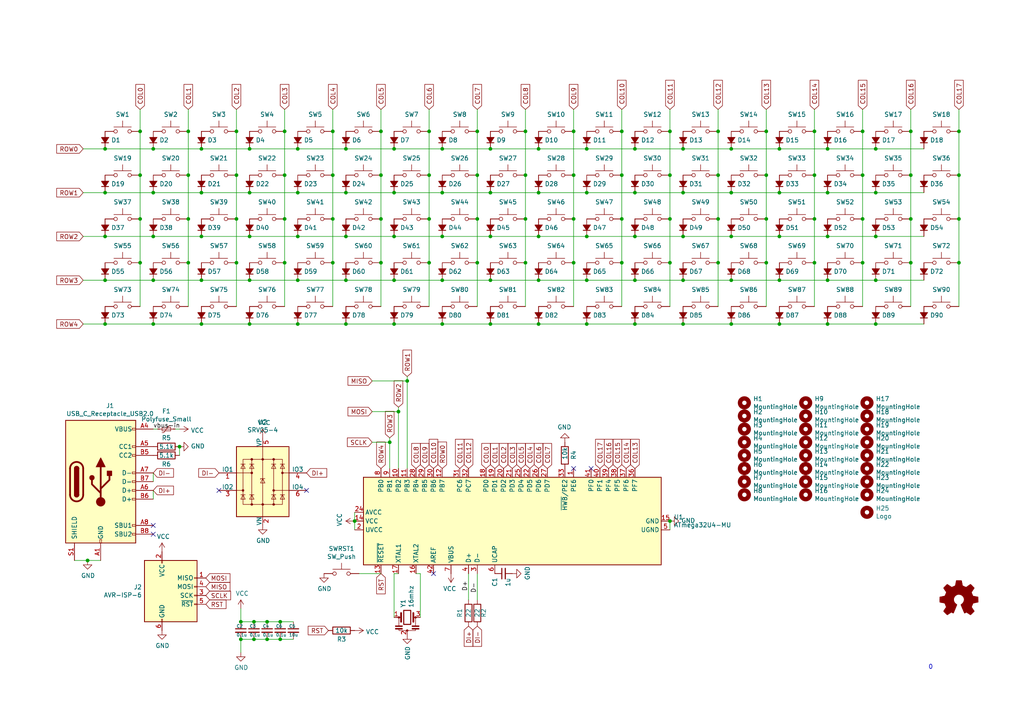
<source format=kicad_sch>
(kicad_sch (version 20210621) (generator eeschema)
  (paper "A4")
  (title_block (title "SuperLyra") (date "2021-09-12") (rev "0.5") (company "Black Cat Plasticworks - (Malevolti)"))
  (junction (at 25.4 162.56))
  (junction (at 30.48 43.18))
  (junction (at 30.48 55.88))
  (junction (at 30.48 68.58))
  (junction (at 30.48 81.28))
  (junction (at 30.48 93.98))
  (junction (at 40.64 38.1))
  (junction (at 40.64 50.8))
  (junction (at 40.64 63.5))
  (junction (at 40.64 76.2))
  (junction (at 44.45 43.18))
  (junction (at 44.45 55.88))
  (junction (at 44.45 68.58))
  (junction (at 44.45 81.28))
  (junction (at 44.45 93.98))
  (junction (at 52.07 129.54))
  (junction (at 54.61 38.1))
  (junction (at 54.61 50.8))
  (junction (at 54.61 63.5))
  (junction (at 54.61 76.2))
  (junction (at 58.42 43.18))
  (junction (at 58.42 55.88))
  (junction (at 58.42 68.58))
  (junction (at 58.42 81.28))
  (junction (at 58.42 93.98))
  (junction (at 68.58 38.1))
  (junction (at 68.58 50.8))
  (junction (at 68.58 63.5))
  (junction (at 68.58 76.2))
  (junction (at 69.85 180.34))
  (junction (at 69.85 185.42))
  (junction (at 72.39 43.18))
  (junction (at 72.39 55.88))
  (junction (at 72.39 68.58))
  (junction (at 72.39 81.28))
  (junction (at 72.39 93.98))
  (junction (at 73.66 180.34))
  (junction (at 73.66 185.42))
  (junction (at 77.47 180.34))
  (junction (at 77.47 185.42))
  (junction (at 81.28 180.34))
  (junction (at 81.28 185.42))
  (junction (at 82.55 38.1))
  (junction (at 82.55 50.8))
  (junction (at 82.55 63.5))
  (junction (at 82.55 76.2))
  (junction (at 86.36 43.18))
  (junction (at 86.36 55.88))
  (junction (at 86.36 68.58))
  (junction (at 86.36 81.28))
  (junction (at 86.36 93.98))
  (junction (at 96.52 38.1))
  (junction (at 96.52 50.8))
  (junction (at 96.52 63.5))
  (junction (at 96.52 76.2))
  (junction (at 100.33 43.18))
  (junction (at 100.33 55.88))
  (junction (at 100.33 68.58))
  (junction (at 100.33 81.28))
  (junction (at 100.33 93.98))
  (junction (at 102.87 151.13))
  (junction (at 110.49 38.1))
  (junction (at 110.49 50.8))
  (junction (at 110.49 63.5))
  (junction (at 110.49 76.2))
  (junction (at 113.03 128.27))
  (junction (at 114.3 43.18))
  (junction (at 114.3 55.88))
  (junction (at 114.3 68.58))
  (junction (at 114.3 81.28))
  (junction (at 114.3 93.98))
  (junction (at 115.57 119.38))
  (junction (at 118.11 110.49))
  (junction (at 124.46 38.1))
  (junction (at 124.46 50.8))
  (junction (at 124.46 63.5))
  (junction (at 124.46 76.2))
  (junction (at 128.27 43.18))
  (junction (at 128.27 55.88))
  (junction (at 128.27 68.58))
  (junction (at 128.27 81.28))
  (junction (at 128.27 93.98))
  (junction (at 138.43 38.1))
  (junction (at 138.43 50.8))
  (junction (at 138.43 63.5))
  (junction (at 138.43 76.2))
  (junction (at 142.24 43.18))
  (junction (at 142.24 55.88))
  (junction (at 142.24 68.58))
  (junction (at 142.24 81.28))
  (junction (at 142.24 93.98))
  (junction (at 152.4 38.1))
  (junction (at 152.4 50.8))
  (junction (at 152.4 63.5))
  (junction (at 152.4 76.2))
  (junction (at 156.21 43.18))
  (junction (at 156.21 55.88))
  (junction (at 156.21 68.58))
  (junction (at 156.21 81.28))
  (junction (at 156.21 93.98))
  (junction (at 166.37 38.1))
  (junction (at 166.37 50.8))
  (junction (at 166.37 63.5))
  (junction (at 166.37 76.2))
  (junction (at 170.18 43.18))
  (junction (at 170.18 55.88))
  (junction (at 170.18 68.58))
  (junction (at 170.18 81.28))
  (junction (at 170.18 93.98))
  (junction (at 180.34 38.1))
  (junction (at 180.34 50.8))
  (junction (at 180.34 63.5))
  (junction (at 180.34 76.2))
  (junction (at 184.15 43.18))
  (junction (at 184.15 55.88))
  (junction (at 184.15 68.58))
  (junction (at 184.15 81.28))
  (junction (at 184.15 93.98))
  (junction (at 194.31 38.1))
  (junction (at 194.31 50.8))
  (junction (at 194.31 63.5))
  (junction (at 194.31 76.2))
  (junction (at 194.31 151.13))
  (junction (at 198.12 43.18))
  (junction (at 198.12 55.88))
  (junction (at 198.12 68.58))
  (junction (at 198.12 81.28))
  (junction (at 198.12 93.98))
  (junction (at 208.28 38.1))
  (junction (at 208.28 50.8))
  (junction (at 208.28 63.5))
  (junction (at 208.28 76.2))
  (junction (at 212.09 43.18))
  (junction (at 212.09 55.88))
  (junction (at 212.09 68.58))
  (junction (at 212.09 81.28))
  (junction (at 212.09 93.98))
  (junction (at 222.25 38.1))
  (junction (at 222.25 50.8))
  (junction (at 222.25 63.5))
  (junction (at 222.25 76.2))
  (junction (at 226.06 43.18))
  (junction (at 226.06 55.88))
  (junction (at 226.06 68.58))
  (junction (at 226.06 81.28))
  (junction (at 226.06 93.98))
  (junction (at 236.22 38.1))
  (junction (at 236.22 50.8))
  (junction (at 236.22 63.5))
  (junction (at 236.22 76.2))
  (junction (at 240.03 43.18))
  (junction (at 240.03 55.88))
  (junction (at 240.03 68.58))
  (junction (at 240.03 81.28))
  (junction (at 240.03 93.98))
  (junction (at 250.19 38.1))
  (junction (at 250.19 50.8))
  (junction (at 250.19 63.5))
  (junction (at 250.19 76.2))
  (junction (at 254 43.18))
  (junction (at 254 55.88))
  (junction (at 254 68.58))
  (junction (at 254 81.28))
  (junction (at 254 93.98))
  (junction (at 264.16 38.1))
  (junction (at 264.16 50.8))
  (junction (at 264.16 63.5))
  (junction (at 264.16 76.2))
  (junction (at 278.13 38.1))
  (junction (at 278.13 50.8))
  (junction (at 278.13 63.5))
  (junction (at 278.13 76.2))
  (no_connect (at 44.45 152.4))
  (no_connect (at 44.45 154.94))
  (no_connect (at 63.5 142.24))
  (no_connect (at 88.9 142.24))
  (no_connect (at 125.73 166.37))
  (no_connect (at 166.37 135.89))
  (no_connect (at 171.45 135.89))
  (wire (pts (xy 21.59 162.56) (xy 25.4 162.56)))
  (wire (pts (xy 25.4 162.56) (xy 29.21 162.56)))
  (wire (pts (xy 30.48 43.18) (xy 24.13 43.18)))
  (wire (pts (xy 30.48 55.88) (xy 24.13 55.88)))
  (wire (pts (xy 30.48 55.88) (xy 44.45 55.88)))
  (wire (pts (xy 30.48 68.58) (xy 24.13 68.58)))
  (wire (pts (xy 30.48 81.28) (xy 24.13 81.28)))
  (wire (pts (xy 30.48 93.98) (xy 24.13 93.98)))
  (wire (pts (xy 30.48 93.98) (xy 44.45 93.98)))
  (wire (pts (xy 40.64 38.1) (xy 40.64 31.75)))
  (wire (pts (xy 40.64 38.1) (xy 40.64 50.8)))
  (wire (pts (xy 40.64 50.8) (xy 40.64 63.5)))
  (wire (pts (xy 40.64 63.5) (xy 40.64 76.2)))
  (wire (pts (xy 40.64 76.2) (xy 40.64 88.9)))
  (wire (pts (xy 44.45 43.18) (xy 30.48 43.18)))
  (wire (pts (xy 44.45 55.88) (xy 58.42 55.88)))
  (wire (pts (xy 44.45 68.58) (xy 30.48 68.58)))
  (wire (pts (xy 44.45 81.28) (xy 30.48 81.28)))
  (wire (pts (xy 44.45 93.98) (xy 58.42 93.98)))
  (wire (pts (xy 44.45 124.46) (xy 45.72 124.46)))
  (wire (pts (xy 44.45 139.7) (xy 44.45 137.16)))
  (wire (pts (xy 44.45 142.24) (xy 44.45 144.78)))
  (wire (pts (xy 50.8 124.46) (xy 52.07 124.46)))
  (wire (pts (xy 52.07 129.54) (xy 52.07 132.08)))
  (wire (pts (xy 54.61 38.1) (xy 54.61 31.75)))
  (wire (pts (xy 54.61 38.1) (xy 54.61 50.8)))
  (wire (pts (xy 54.61 50.8) (xy 54.61 63.5)))
  (wire (pts (xy 54.61 63.5) (xy 54.61 76.2)))
  (wire (pts (xy 54.61 76.2) (xy 54.61 88.9)))
  (wire (pts (xy 58.42 43.18) (xy 44.45 43.18)))
  (wire (pts (xy 58.42 55.88) (xy 72.39 55.88)))
  (wire (pts (xy 58.42 68.58) (xy 44.45 68.58)))
  (wire (pts (xy 58.42 81.28) (xy 44.45 81.28)))
  (wire (pts (xy 58.42 93.98) (xy 72.39 93.98)))
  (wire (pts (xy 68.58 38.1) (xy 68.58 31.75)))
  (wire (pts (xy 68.58 38.1) (xy 68.58 50.8)))
  (wire (pts (xy 68.58 50.8) (xy 68.58 63.5)))
  (wire (pts (xy 68.58 63.5) (xy 68.58 76.2)))
  (wire (pts (xy 68.58 76.2) (xy 68.58 88.9)))
  (wire (pts (xy 69.85 180.34) (xy 69.85 176.53)))
  (wire (pts (xy 69.85 185.42) (xy 69.85 189.23)))
  (wire (pts (xy 72.39 43.18) (xy 58.42 43.18)))
  (wire (pts (xy 72.39 55.88) (xy 86.36 55.88)))
  (wire (pts (xy 72.39 68.58) (xy 58.42 68.58)))
  (wire (pts (xy 72.39 81.28) (xy 58.42 81.28)))
  (wire (pts (xy 72.39 93.98) (xy 86.36 93.98)))
  (wire (pts (xy 73.66 180.34) (xy 69.85 180.34)))
  (wire (pts (xy 73.66 185.42) (xy 69.85 185.42)))
  (wire (pts (xy 77.47 180.34) (xy 73.66 180.34)))
  (wire (pts (xy 77.47 185.42) (xy 73.66 185.42)))
  (wire (pts (xy 81.28 180.34) (xy 77.47 180.34)))
  (wire (pts (xy 81.28 185.42) (xy 77.47 185.42)))
  (wire (pts (xy 82.55 38.1) (xy 82.55 31.75)))
  (wire (pts (xy 82.55 38.1) (xy 82.55 50.8)))
  (wire (pts (xy 82.55 50.8) (xy 82.55 63.5)))
  (wire (pts (xy 82.55 63.5) (xy 82.55 76.2)))
  (wire (pts (xy 82.55 76.2) (xy 82.55 88.9)))
  (wire (pts (xy 85.09 180.34) (xy 81.28 180.34)))
  (wire (pts (xy 85.09 185.42) (xy 81.28 185.42)))
  (wire (pts (xy 86.36 43.18) (xy 72.39 43.18)))
  (wire (pts (xy 86.36 55.88) (xy 100.33 55.88)))
  (wire (pts (xy 86.36 68.58) (xy 72.39 68.58)))
  (wire (pts (xy 86.36 81.28) (xy 72.39 81.28)))
  (wire (pts (xy 86.36 93.98) (xy 100.33 93.98)))
  (wire (pts (xy 96.52 38.1) (xy 96.52 31.75)))
  (wire (pts (xy 96.52 38.1) (xy 96.52 50.8)))
  (wire (pts (xy 96.52 50.8) (xy 96.52 63.5)))
  (wire (pts (xy 96.52 63.5) (xy 96.52 76.2)))
  (wire (pts (xy 96.52 76.2) (xy 96.52 88.9)))
  (wire (pts (xy 100.33 43.18) (xy 86.36 43.18)))
  (wire (pts (xy 100.33 55.88) (xy 114.3 55.88)))
  (wire (pts (xy 100.33 68.58) (xy 86.36 68.58)))
  (wire (pts (xy 100.33 81.28) (xy 86.36 81.28)))
  (wire (pts (xy 100.33 93.98) (xy 114.3 93.98)))
  (wire (pts (xy 102.87 151.13) (xy 102.87 148.59)))
  (wire (pts (xy 102.87 151.13) (xy 102.87 153.67)))
  (wire (pts (xy 107.95 110.49) (xy 118.11 110.49)))
  (wire (pts (xy 107.95 119.38) (xy 115.57 119.38)))
  (wire (pts (xy 107.95 128.27) (xy 113.03 128.27)))
  (wire (pts (xy 110.49 38.1) (xy 110.49 31.75)))
  (wire (pts (xy 110.49 38.1) (xy 110.49 50.8)))
  (wire (pts (xy 110.49 50.8) (xy 110.49 63.5)))
  (wire (pts (xy 110.49 76.2) (xy 110.49 63.5)))
  (wire (pts (xy 110.49 76.2) (xy 110.49 88.9)))
  (wire (pts (xy 110.49 166.37) (xy 104.14 166.37)))
  (wire (pts (xy 113.03 128.27) (xy 113.03 127)))
  (wire (pts (xy 113.03 128.27) (xy 113.03 135.89)))
  (wire (pts (xy 114.3 43.18) (xy 100.33 43.18)))
  (wire (pts (xy 114.3 55.88) (xy 128.27 55.88)))
  (wire (pts (xy 114.3 68.58) (xy 100.33 68.58)))
  (wire (pts (xy 114.3 81.28) (xy 100.33 81.28)))
  (wire (pts (xy 114.3 93.98) (xy 128.27 93.98)))
  (wire (pts (xy 114.3 166.37) (xy 114.3 179.07)))
  (wire (pts (xy 115.57 118.11) (xy 115.57 119.38)))
  (wire (pts (xy 115.57 119.38) (xy 115.57 135.89)))
  (wire (pts (xy 115.57 166.37) (xy 114.3 166.37)))
  (wire (pts (xy 118.11 110.49) (xy 118.11 109.22)))
  (wire (pts (xy 118.11 110.49) (xy 118.11 135.89)))
  (wire (pts (xy 120.65 166.37) (xy 121.92 166.37)))
  (wire (pts (xy 121.92 166.37) (xy 121.92 179.07)))
  (wire (pts (xy 124.46 38.1) (xy 124.46 31.75)))
  (wire (pts (xy 124.46 38.1) (xy 124.46 50.8)))
  (wire (pts (xy 124.46 50.8) (xy 124.46 63.5)))
  (wire (pts (xy 124.46 63.5) (xy 124.46 76.2)))
  (wire (pts (xy 124.46 76.2) (xy 124.46 88.9)))
  (wire (pts (xy 128.27 43.18) (xy 114.3 43.18)))
  (wire (pts (xy 128.27 55.88) (xy 142.24 55.88)))
  (wire (pts (xy 128.27 68.58) (xy 114.3 68.58)))
  (wire (pts (xy 128.27 81.28) (xy 114.3 81.28)))
  (wire (pts (xy 128.27 93.98) (xy 142.24 93.98)))
  (wire (pts (xy 135.89 166.37) (xy 135.89 173.99)))
  (wire (pts (xy 138.43 38.1) (xy 138.43 31.75)))
  (wire (pts (xy 138.43 38.1) (xy 138.43 50.8)))
  (wire (pts (xy 138.43 50.8) (xy 138.43 63.5)))
  (wire (pts (xy 138.43 63.5) (xy 138.43 76.2)))
  (wire (pts (xy 138.43 76.2) (xy 138.43 88.9)))
  (wire (pts (xy 138.43 173.99) (xy 138.43 166.37)))
  (wire (pts (xy 142.24 43.18) (xy 128.27 43.18)))
  (wire (pts (xy 142.24 55.88) (xy 156.21 55.88)))
  (wire (pts (xy 142.24 68.58) (xy 128.27 68.58)))
  (wire (pts (xy 142.24 81.28) (xy 128.27 81.28)))
  (wire (pts (xy 142.24 93.98) (xy 156.21 93.98)))
  (wire (pts (xy 152.4 38.1) (xy 152.4 31.75)))
  (wire (pts (xy 152.4 38.1) (xy 152.4 50.8)))
  (wire (pts (xy 152.4 50.8) (xy 152.4 63.5)))
  (wire (pts (xy 152.4 63.5) (xy 152.4 76.2)))
  (wire (pts (xy 152.4 76.2) (xy 152.4 88.9)))
  (wire (pts (xy 156.21 43.18) (xy 142.24 43.18)))
  (wire (pts (xy 156.21 55.88) (xy 170.18 55.88)))
  (wire (pts (xy 156.21 68.58) (xy 142.24 68.58)))
  (wire (pts (xy 156.21 81.28) (xy 142.24 81.28)))
  (wire (pts (xy 156.21 93.98) (xy 170.18 93.98)))
  (wire (pts (xy 166.37 38.1) (xy 166.37 31.75)))
  (wire (pts (xy 166.37 38.1) (xy 166.37 50.8)))
  (wire (pts (xy 166.37 50.8) (xy 166.37 63.5)))
  (wire (pts (xy 166.37 63.5) (xy 166.37 76.2)))
  (wire (pts (xy 166.37 76.2) (xy 166.37 88.9)))
  (wire (pts (xy 170.18 43.18) (xy 156.21 43.18)))
  (wire (pts (xy 170.18 55.88) (xy 184.15 55.88)))
  (wire (pts (xy 170.18 68.58) (xy 156.21 68.58)))
  (wire (pts (xy 170.18 81.28) (xy 156.21 81.28)))
  (wire (pts (xy 170.18 93.98) (xy 184.15 93.98)))
  (wire (pts (xy 180.34 38.1) (xy 180.34 31.75)))
  (wire (pts (xy 180.34 38.1) (xy 180.34 50.8)))
  (wire (pts (xy 180.34 50.8) (xy 180.34 63.5)))
  (wire (pts (xy 180.34 63.5) (xy 180.34 76.2)))
  (wire (pts (xy 180.34 76.2) (xy 180.34 88.9)))
  (wire (pts (xy 184.15 43.18) (xy 170.18 43.18)))
  (wire (pts (xy 184.15 55.88) (xy 198.12 55.88)))
  (wire (pts (xy 184.15 68.58) (xy 170.18 68.58)))
  (wire (pts (xy 184.15 81.28) (xy 170.18 81.28)))
  (wire (pts (xy 184.15 93.98) (xy 198.12 93.98)))
  (wire (pts (xy 194.31 38.1) (xy 194.31 31.75)))
  (wire (pts (xy 194.31 38.1) (xy 194.31 50.8)))
  (wire (pts (xy 194.31 50.8) (xy 194.31 63.5)))
  (wire (pts (xy 194.31 63.5) (xy 194.31 76.2)))
  (wire (pts (xy 194.31 76.2) (xy 194.31 88.9)))
  (wire (pts (xy 194.31 153.67) (xy 194.31 151.13)))
  (wire (pts (xy 198.12 43.18) (xy 184.15 43.18)))
  (wire (pts (xy 198.12 55.88) (xy 212.09 55.88)))
  (wire (pts (xy 198.12 68.58) (xy 184.15 68.58)))
  (wire (pts (xy 198.12 81.28) (xy 184.15 81.28)))
  (wire (pts (xy 198.12 93.98) (xy 212.09 93.98)))
  (wire (pts (xy 208.28 38.1) (xy 208.28 31.75)))
  (wire (pts (xy 208.28 38.1) (xy 208.28 50.8)))
  (wire (pts (xy 208.28 50.8) (xy 208.28 63.5)))
  (wire (pts (xy 208.28 63.5) (xy 208.28 76.2)))
  (wire (pts (xy 208.28 76.2) (xy 208.28 88.9)))
  (wire (pts (xy 212.09 43.18) (xy 198.12 43.18)))
  (wire (pts (xy 212.09 55.88) (xy 226.06 55.88)))
  (wire (pts (xy 212.09 68.58) (xy 198.12 68.58)))
  (wire (pts (xy 212.09 81.28) (xy 198.12 81.28)))
  (wire (pts (xy 212.09 93.98) (xy 226.06 93.98)))
  (wire (pts (xy 222.25 38.1) (xy 222.25 31.75)))
  (wire (pts (xy 222.25 38.1) (xy 222.25 50.8)))
  (wire (pts (xy 222.25 50.8) (xy 222.25 63.5)))
  (wire (pts (xy 222.25 63.5) (xy 222.25 76.2)))
  (wire (pts (xy 222.25 76.2) (xy 222.25 88.9)))
  (wire (pts (xy 226.06 43.18) (xy 212.09 43.18)))
  (wire (pts (xy 226.06 55.88) (xy 240.03 55.88)))
  (wire (pts (xy 226.06 68.58) (xy 212.09 68.58)))
  (wire (pts (xy 226.06 81.28) (xy 212.09 81.28)))
  (wire (pts (xy 226.06 93.98) (xy 240.03 93.98)))
  (wire (pts (xy 236.22 38.1) (xy 236.22 31.75)))
  (wire (pts (xy 236.22 38.1) (xy 236.22 50.8)))
  (wire (pts (xy 236.22 50.8) (xy 236.22 63.5)))
  (wire (pts (xy 236.22 63.5) (xy 236.22 76.2)))
  (wire (pts (xy 236.22 76.2) (xy 236.22 88.9)))
  (wire (pts (xy 240.03 43.18) (xy 226.06 43.18)))
  (wire (pts (xy 240.03 55.88) (xy 254 55.88)))
  (wire (pts (xy 240.03 68.58) (xy 226.06 68.58)))
  (wire (pts (xy 240.03 81.28) (xy 226.06 81.28)))
  (wire (pts (xy 240.03 93.98) (xy 254 93.98)))
  (wire (pts (xy 250.19 38.1) (xy 250.19 31.75)))
  (wire (pts (xy 250.19 38.1) (xy 250.19 50.8)))
  (wire (pts (xy 250.19 50.8) (xy 250.19 63.5)))
  (wire (pts (xy 250.19 63.5) (xy 250.19 76.2)))
  (wire (pts (xy 250.19 76.2) (xy 250.19 88.9)))
  (wire (pts (xy 254 43.18) (xy 240.03 43.18)))
  (wire (pts (xy 254 55.88) (xy 267.97 55.88)))
  (wire (pts (xy 254 68.58) (xy 240.03 68.58)))
  (wire (pts (xy 254 81.28) (xy 240.03 81.28)))
  (wire (pts (xy 254 93.98) (xy 267.97 93.98)))
  (wire (pts (xy 264.16 38.1) (xy 264.16 31.75)))
  (wire (pts (xy 264.16 38.1) (xy 264.16 50.8)))
  (wire (pts (xy 264.16 50.8) (xy 264.16 63.5)))
  (wire (pts (xy 264.16 63.5) (xy 264.16 76.2)))
  (wire (pts (xy 264.16 76.2) (xy 264.16 88.9)))
  (wire (pts (xy 267.97 43.18) (xy 254 43.18)))
  (wire (pts (xy 267.97 68.58) (xy 254 68.58)))
  (wire (pts (xy 267.97 81.28) (xy 254 81.28)))
  (wire (pts (xy 278.13 38.1) (xy 278.13 31.75)))
  (wire (pts (xy 278.13 38.1) (xy 278.13 50.8)))
  (wire (pts (xy 278.13 50.8) (xy 278.13 63.5)))
  (wire (pts (xy 278.13 63.5) (xy 278.13 76.2)))
  (wire (pts (xy 278.13 76.2) (xy 278.13 88.9)))
  (text "0\n" (at 269.24 194.31 0) (effects (font (size 1.27 1.27)) (justify left bottom)))
  (label "vbus-in" (at 44.45 124.46 0))
  (label "D+" (at 135.89 171.45 90))
  (label "D-" (at 138.43 168.91 270))
  (global_label "ROW0" (shape input) (at 24.13 43.18 180) (property "Intersheet References" "${INTERSHEET_REFS}" (effects hide)))
  (global_label "ROW1" (shape input) (at 24.13 55.88 180) (property "Intersheet References" "${INTERSHEET_REFS}" (effects hide)))
  (global_label "ROW2" (shape input) (at 24.13 68.58 180) (property "Intersheet References" "${INTERSHEET_REFS}" (effects hide)))
  (global_label "ROW3" (shape input) (at 24.13 81.28 180) (property "Intersheet References" "${INTERSHEET_REFS}" (effects hide)))
  (global_label "ROW4" (shape input) (at 24.13 93.98 180) (property "Intersheet References" "${INTERSHEET_REFS}" (effects hide)))
  (global_label "COL0" (shape input) (at 40.64 31.75 90) (property "Intersheet References" "${INTERSHEET_REFS}" (effects hide)))
  (global_label "DI-" (shape input) (at 44.45 137.16 0) (property "Intersheet References" "${INTERSHEET_REFS}" (effects hide)))
  (global_label "DI+" (shape input) (at 44.45 142.24 0) (property "Intersheet References" "${INTERSHEET_REFS}" (effects hide)))
  (global_label "COL1" (shape input) (at 54.61 31.75 90) (property "Intersheet References" "${INTERSHEET_REFS}" (effects hide)))
  (global_label "MOSI" (shape input) (at 59.69 167.64 0) (property "Intersheet References" "${INTERSHEET_REFS}" (effects hide)))
  (global_label "MISO" (shape input) (at 59.69 170.18 0) (property "Intersheet References" "${INTERSHEET_REFS}" (effects hide)))
  (global_label "SCLK" (shape input) (at 59.69 172.72 0) (property "Intersheet References" "${INTERSHEET_REFS}" (effects hide)))
  (global_label "RST" (shape input) (at 59.69 175.26 0) (property "Intersheet References" "${INTERSHEET_REFS}" (effects hide)))
  (global_label "DI-" (shape input) (at 63.5 137.16 180) (property "Intersheet References" "${INTERSHEET_REFS}" (effects hide)))
  (global_label "COL2" (shape input) (at 68.58 31.75 90) (property "Intersheet References" "${INTERSHEET_REFS}" (effects hide)))
  (global_label "COL3" (shape input) (at 82.55 31.75 90) (property "Intersheet References" "${INTERSHEET_REFS}" (effects hide)))
  (global_label "DI+" (shape input) (at 88.9 137.16 0) (property "Intersheet References" "${INTERSHEET_REFS}" (effects hide)))
  (global_label "RST" (shape input) (at 95.25 182.88 180) (property "Intersheet References" "${INTERSHEET_REFS}" (effects hide)))
  (global_label "COL4" (shape input) (at 96.52 31.75 90) (property "Intersheet References" "${INTERSHEET_REFS}" (effects hide)))
  (global_label "MISO" (shape input) (at 107.95 110.49 180) (property "Intersheet References" "${INTERSHEET_REFS}" (effects hide)))
  (global_label "MOSI" (shape input) (at 107.95 119.38 180) (property "Intersheet References" "${INTERSHEET_REFS}" (effects hide)))
  (global_label "SCLK" (shape input) (at 107.95 128.27 180) (property "Intersheet References" "${INTERSHEET_REFS}" (effects hide)))
  (global_label "COL5" (shape input) (at 110.49 31.75 90) (property "Intersheet References" "${INTERSHEET_REFS}" (effects hide)))
  (global_label "ROW4" (shape input) (at 110.49 135.89 90) (property "Intersheet References" "${INTERSHEET_REFS}" (effects hide)))
  (global_label "RST" (shape input) (at 110.49 166.37 270) (property "Intersheet References" "${INTERSHEET_REFS}" (effects hide)))
  (global_label "ROW3" (shape input) (at 113.03 127 90) (property "Intersheet References" "${INTERSHEET_REFS}" (effects hide)))
  (global_label "ROW2" (shape input) (at 115.57 118.11 90) (property "Intersheet References" "${INTERSHEET_REFS}" (effects hide)))
  (global_label "ROW1" (shape input) (at 118.11 109.22 90) (property "Intersheet References" "${INTERSHEET_REFS}" (effects hide)))
  (global_label "COL8" (shape input) (at 120.65 135.89 90) (property "Intersheet References" "${INTERSHEET_REFS}" (effects hide)))
  (global_label "COL9" (shape input) (at 123.19 135.89 90) (property "Intersheet References" "${INTERSHEET_REFS}" (effects hide)))
  (global_label "COL6" (shape input) (at 124.46 31.75 90) (property "Intersheet References" "${INTERSHEET_REFS}" (effects hide)))
  (global_label "COL10" (shape input) (at 125.73 135.89 90) (property "Intersheet References" "${INTERSHEET_REFS}" (effects hide)))
  (global_label "ROW0" (shape input) (at 128.27 135.89 90) (property "Intersheet References" "${INTERSHEET_REFS}" (effects hide)))
  (global_label "COL11" (shape input) (at 133.35 135.89 90) (property "Intersheet References" "${INTERSHEET_REFS}" (effects hide)))
  (global_label "COL12" (shape input) (at 135.89 135.89 90) (property "Intersheet References" "${INTERSHEET_REFS}" (effects hide)))
  (global_label "DI+" (shape input) (at 135.89 181.61 270) (property "Intersheet References" "${INTERSHEET_REFS}" (effects hide)))
  (global_label "COL7" (shape input) (at 138.43 31.75 90) (property "Intersheet References" "${INTERSHEET_REFS}" (effects hide)))
  (global_label "DI-" (shape input) (at 138.43 181.61 270) (property "Intersheet References" "${INTERSHEET_REFS}" (effects hide)))
  (global_label "COL0" (shape input) (at 140.97 135.89 90) (property "Intersheet References" "${INTERSHEET_REFS}" (effects hide)))
  (global_label "COL1" (shape input) (at 143.51 135.89 90) (property "Intersheet References" "${INTERSHEET_REFS}" (effects hide)))
  (global_label "COL2" (shape input) (at 146.05 135.89 90) (property "Intersheet References" "${INTERSHEET_REFS}" (effects hide)))
  (global_label "COL3" (shape input) (at 148.59 135.89 90) (property "Intersheet References" "${INTERSHEET_REFS}" (effects hide)))
  (global_label "COL5" (shape input) (at 151.13 135.89 90) (property "Intersheet References" "${INTERSHEET_REFS}" (effects hide)))
  (global_label "COL8" (shape input) (at 152.4 31.75 90) (property "Intersheet References" "${INTERSHEET_REFS}" (effects hide)))
  (global_label "COL4" (shape input) (at 153.67 135.89 90) (property "Intersheet References" "${INTERSHEET_REFS}" (effects hide)))
  (global_label "COL6" (shape input) (at 156.21 135.89 90) (property "Intersheet References" "${INTERSHEET_REFS}" (effects hide)))
  (global_label "COL7" (shape input) (at 158.75 135.89 90) (property "Intersheet References" "${INTERSHEET_REFS}" (effects hide)))
  (global_label "COL9" (shape input) (at 166.37 31.75 90) (property "Intersheet References" "${INTERSHEET_REFS}" (effects hide)))
  (global_label "COL17" (shape input) (at 173.99 135.89 90) (property "Intersheet References" "${INTERSHEET_REFS}" (effects hide)))
  (global_label "COL16" (shape input) (at 176.53 135.89 90) (property "Intersheet References" "${INTERSHEET_REFS}" (effects hide)))
  (global_label "COL15" (shape input) (at 179.07 135.89 90) (property "Intersheet References" "${INTERSHEET_REFS}" (effects hide)))
  (global_label "COL10" (shape input) (at 180.34 31.75 90) (property "Intersheet References" "${INTERSHEET_REFS}" (effects hide)))
  (global_label "COL14" (shape input) (at 181.61 135.89 90) (property "Intersheet References" "${INTERSHEET_REFS}" (effects hide)))
  (global_label "COL13" (shape input) (at 184.15 135.89 90) (property "Intersheet References" "${INTERSHEET_REFS}" (effects hide)))
  (global_label "COL11" (shape input) (at 194.31 31.75 90) (property "Intersheet References" "${INTERSHEET_REFS}" (effects hide)))
  (global_label "COL12" (shape input) (at 208.28 31.75 90) (property "Intersheet References" "${INTERSHEET_REFS}" (effects hide)))
  (global_label "COL13" (shape input) (at 222.25 31.75 90) (property "Intersheet References" "${INTERSHEET_REFS}" (effects hide)))
  (global_label "COL14" (shape input) (at 236.22 31.75 90) (property "Intersheet References" "${INTERSHEET_REFS}" (effects hide)))
  (global_label "COL15" (shape input) (at 250.19 31.75 90) (property "Intersheet References" "${INTERSHEET_REFS}" (effects hide)))
  (global_label "COL16" (shape input) (at 264.16 31.75 90) (property "Intersheet References" "${INTERSHEET_REFS}" (effects hide)))
  (global_label "COL17" (shape input) (at 278.13 31.75 90) (property "Intersheet References" "${INTERSHEET_REFS}" (effects hide)))
  (symbol (lib_id "power:VCC") (at 46.99 160.02 0) (unit 1)
    (property "Reference" "#PWR02" (effects hide))
    (property "Value" "VCC" (at 47.371 155.6258 0))
  )
  (symbol (lib_id "power:VCC") (at 52.07 124.46 270) (unit 1)
    (property "Reference" "#PWR0107" (effects hide))
    (property "Value" "VCC" (at 55.3212 124.841 90) (effects (justify left)))
  )
  (symbol (lib_id "power:VCC") (at 69.85 176.53 0) (unit 1)
    (property "Reference" "#PWR06" (effects hide))
    (property "Value" "VCC" (at 70.231 172.1358 0))
  )
  (symbol (lib_id "power:VCC") (at 76.2 127 0) (unit 1)
    (property "Reference" "#PWR08" (effects hide))
    (property "Value" "VCC" (at 76.581 122.6058 0))
  )
  (symbol (lib_id "power:VCC") (at 102.87 151.13 90) (unit 1)
    (property "Reference" "#PWR010" (effects hide))
    (property "Value" "VCC" (at 98.4758 150.749 0))
  )
  (symbol (lib_id "power:VCC") (at 102.87 182.88 270) (unit 1)
    (property "Reference" "#PWR011" (effects hide))
    (property "Value" "VCC" (at 106.0958 183.261 90) (effects (justify left)))
  )
  (symbol (lib_id "power:VCC") (at 130.81 166.37 180) (unit 1)
    (property "Reference" "#PWR0106" (effects hide))
    (property "Value" "VCC" (at 130.429 170.7642 0))
  )
  (symbol (lib_id "power:GND") (at 25.4 162.56 0) (unit 1)
    (property "Reference" "#PWR0102" (effects hide))
    (property "Value" "GND" (at 25.527 166.9542 0))
  )
  (symbol (lib_id "power:GND") (at 46.99 182.88 0) (unit 1)
    (property "Reference" "#PWR03" (effects hide))
    (property "Value" "GND" (at 47.117 187.2742 0))
  )
  (symbol (lib_id "power:GND") (at 52.07 129.54 90) (unit 1)
    (property "Reference" "#PWR0101" (effects hide))
    (property "Value" "GND" (at 55.3212 129.413 90) (effects (justify right)))
  )
  (symbol (lib_id "power:GND") (at 69.85 189.23 0) (unit 1)
    (property "Reference" "#PWR07" (effects hide))
    (property "Value" "GND" (at 69.977 193.6242 0))
  )
  (symbol (lib_id "power:GND") (at 76.2 152.4 0) (unit 1)
    (property "Reference" "#PWR09" (effects hide))
    (property "Value" "GND" (at 76.327 156.7942 0))
  )
  (symbol (lib_id "power:GND") (at 93.98 166.37 0) (unit 1)
    (property "Reference" "#PWR0105" (effects hide))
    (property "Value" "GND" (at 94.107 170.7642 0))
  )
  (symbol (lib_id "power:GND") (at 118.11 184.15 0) (unit 1)
    (property "Reference" "#PWR012" (effects hide))
    (property "Value" "GND" (at 118.237 187.4012 90) (effects (justify right)))
  )
  (symbol (lib_id "power:GND") (at 148.59 166.37 90) (unit 1)
    (property "Reference" "#PWR014" (effects hide))
    (property "Value" "GND" (at 152.9842 166.243 0))
  )
  (symbol (lib_id "power:GND") (at 163.83 128.27 180) (unit 1)
    (property "Reference" "#PWR015" (effects hide))
    (property "Value" "GND" (at 163.703 123.8758 0))
  )
  (symbol (lib_id "power:GND") (at 194.31 151.13 90) (unit 1)
    (property "Reference" "#PWR0103" (effects hide))
    (property "Value" "GND" (at 197.5612 151.003 90) (effects (justify right)))
  )
  (symbol (lib_id "Device:Polyfuse_Small") (at 48.26 124.46 270) (unit 1)
    (property "Reference" "F1" (at 48.26 119.253 90))
    (property "Value" "Polyfuse_Small" (at 48.26 121.5644 90))
    (property "Footprint" "Fuse:Fuse_0402_1005Metric" (effects hide))
    (property "LCSC" "C914085" (effects hide))
  )
  (symbol (lib_id "Device:D_Small_ALT") (at 30.48 40.64 90) (unit 1)
    (property "Reference" "D1" (at 32.258 40.64 90) (effects (justify right)))
    (property "Value" "D_Small_ALT" (effects hide))
    (property "Footprint" "Diode_SMD:D_SOD-123F" (effects hide))
    (property "LCSC" "C2099" (effects hide))
  )
  (symbol (lib_id "Device:D_Small_ALT") (at 30.48 53.34 90) (unit 1)
    (property "Reference" "D19" (at 32.258 53.34 90) (effects (justify right)))
    (property "Value" "D_Small_ALT" (effects hide))
    (property "Footprint" "Diode_SMD:D_SOD-123F" (effects hide))
    (property "LCSC" "C2099" (effects hide))
  )
  (symbol (lib_id "Device:D_Small_ALT") (at 30.48 66.04 90) (unit 1)
    (property "Reference" "D37" (at 32.258 66.04 90) (effects (justify right)))
    (property "Value" "D_Small_ALT" (effects hide))
    (property "Footprint" "Diode_SMD:D_SOD-123F" (effects hide))
    (property "LCSC" "C2099" (effects hide))
  )
  (symbol (lib_id "Device:D_Small_ALT") (at 30.48 78.74 90) (unit 1)
    (property "Reference" "D55" (at 32.258 78.74 90) (effects (justify right)))
    (property "Value" "D_Small_ALT" (effects hide))
    (property "Footprint" "Diode_SMD:D_SOD-123F" (effects hide))
    (property "LCSC" "C2099" (effects hide))
  )
  (symbol (lib_id "Device:D_Small_ALT") (at 30.48 91.44 90) (unit 1)
    (property "Reference" "D73" (at 32.258 91.44 90) (effects (justify right)))
    (property "Value" "D_Small_ALT" (effects hide))
    (property "Footprint" "Diode_SMD:D_SOD-123F" (effects hide))
    (property "LCSC" "C2099" (effects hide))
  )
  (symbol (lib_id "Device:D_Small_ALT") (at 44.45 40.64 90) (unit 1)
    (property "Reference" "D2" (at 46.228 40.64 90) (effects (justify right)))
    (property "Value" "D_Small_ALT" (effects hide))
    (property "Footprint" "Diode_SMD:D_SOD-123F" (effects hide))
    (property "LCSC" "C2099" (effects hide))
  )
  (symbol (lib_id "Device:D_Small_ALT") (at 44.45 53.34 90) (unit 1)
    (property "Reference" "D20" (at 46.228 53.34 90) (effects (justify right)))
    (property "Value" "D_Small_ALT" (effects hide))
    (property "Footprint" "Diode_SMD:D_SOD-123F" (effects hide))
    (property "LCSC" "C2099" (effects hide))
  )
  (symbol (lib_id "Device:D_Small_ALT") (at 44.45 66.04 90) (unit 1)
    (property "Reference" "D38" (at 46.228 66.04 90) (effects (justify right)))
    (property "Value" "D_Small_ALT" (effects hide))
    (property "Footprint" "Diode_SMD:D_SOD-123F" (effects hide))
    (property "LCSC" "C2099" (effects hide))
  )
  (symbol (lib_id "Device:D_Small_ALT") (at 44.45 78.74 90) (unit 1)
    (property "Reference" "D56" (at 46.228 78.74 90) (effects (justify right)))
    (property "Value" "D_Small_ALT" (effects hide))
    (property "Footprint" "Diode_SMD:D_SOD-123F" (effects hide))
    (property "LCSC" "C2099" (effects hide))
  )
  (symbol (lib_id "Device:D_Small_ALT") (at 44.45 91.44 90) (unit 1)
    (property "Reference" "D74" (at 46.228 91.44 90) (effects (justify right)))
    (property "Value" "D_Small_ALT" (effects hide))
    (property "Footprint" "Diode_SMD:D_SOD-123F" (effects hide))
    (property "LCSC" "C2099" (effects hide))
  )
  (symbol (lib_id "Device:D_Small_ALT") (at 58.42 40.64 90) (unit 1)
    (property "Reference" "D3" (at 60.198 40.64 90) (effects (justify right)))
    (property "Value" "D_Small_ALT" (effects hide))
    (property "Footprint" "Diode_SMD:D_SOD-123F" (effects hide))
    (property "LCSC" "C2099" (effects hide))
  )
  (symbol (lib_id "Device:D_Small_ALT") (at 58.42 53.34 90) (unit 1)
    (property "Reference" "D21" (at 60.198 53.34 90) (effects (justify right)))
    (property "Value" "D_Small_ALT" (effects hide))
    (property "Footprint" "Diode_SMD:D_SOD-123F" (effects hide))
    (property "LCSC" "C2099" (effects hide))
  )
  (symbol (lib_id "Device:D_Small_ALT") (at 58.42 66.04 90) (unit 1)
    (property "Reference" "D39" (at 60.198 66.04 90) (effects (justify right)))
    (property "Value" "D_Small_ALT" (effects hide))
    (property "Footprint" "Diode_SMD:D_SOD-123F" (effects hide))
    (property "LCSC" "C2099" (effects hide))
  )
  (symbol (lib_id "Device:D_Small_ALT") (at 58.42 78.74 90) (unit 1)
    (property "Reference" "D57" (at 60.198 78.74 90) (effects (justify right)))
    (property "Value" "D_Small_ALT" (effects hide))
    (property "Footprint" "Diode_SMD:D_SOD-123F" (effects hide))
    (property "LCSC" "C2099" (effects hide))
  )
  (symbol (lib_id "Device:D_Small_ALT") (at 58.42 91.44 90) (unit 1)
    (property "Reference" "D75" (at 60.198 91.44 90) (effects (justify right)))
    (property "Value" "D_Small_ALT" (effects hide))
    (property "Footprint" "Diode_SMD:D_SOD-123F" (effects hide))
    (property "LCSC" "C2099" (effects hide))
  )
  (symbol (lib_id "Device:D_Small_ALT") (at 72.39 40.64 90) (unit 1)
    (property "Reference" "D4" (at 74.168 40.64 90) (effects (justify right)))
    (property "Value" "D_Small_ALT" (effects hide))
    (property "Footprint" "Diode_SMD:D_SOD-123F" (effects hide))
    (property "LCSC" "C2099" (effects hide))
  )
  (symbol (lib_id "Device:D_Small_ALT") (at 72.39 53.34 90) (unit 1)
    (property "Reference" "D22" (at 74.168 53.34 90) (effects (justify right)))
    (property "Value" "D_Small_ALT" (effects hide))
    (property "Footprint" "Diode_SMD:D_SOD-123F" (effects hide))
    (property "LCSC" "C2099" (effects hide))
  )
  (symbol (lib_id "Device:D_Small_ALT") (at 72.39 66.04 90) (unit 1)
    (property "Reference" "D40" (at 74.168 66.04 90) (effects (justify right)))
    (property "Value" "D_Small_ALT" (effects hide))
    (property "Footprint" "Diode_SMD:D_SOD-123F" (effects hide))
    (property "LCSC" "C2099" (effects hide))
  )
  (symbol (lib_id "Device:D_Small_ALT") (at 72.39 78.74 90) (unit 1)
    (property "Reference" "D58" (at 74.168 78.74 90) (effects (justify right)))
    (property "Value" "D_Small_ALT" (effects hide))
    (property "Footprint" "Diode_SMD:D_SOD-123F" (effects hide))
    (property "LCSC" "C2099" (effects hide))
  )
  (symbol (lib_id "Device:D_Small_ALT") (at 72.39 91.44 90) (unit 1)
    (property "Reference" "D76" (at 74.168 91.44 90) (effects (justify right)))
    (property "Value" "D_Small_ALT" (effects hide))
    (property "Footprint" "Diode_SMD:D_SOD-123F" (effects hide))
    (property "LCSC" "C2099" (effects hide))
  )
  (symbol (lib_id "Device:D_Small_ALT") (at 86.36 40.64 90) (unit 1)
    (property "Reference" "D5" (at 88.138 40.64 90) (effects (justify right)))
    (property "Value" "D_Small_ALT" (effects hide))
    (property "Footprint" "Diode_SMD:D_SOD-123F" (effects hide))
    (property "LCSC" "C2099" (effects hide))
  )
  (symbol (lib_id "Device:D_Small_ALT") (at 86.36 53.34 90) (unit 1)
    (property "Reference" "D23" (at 88.138 53.34 90) (effects (justify right)))
    (property "Value" "D_Small_ALT" (effects hide))
    (property "Footprint" "Diode_SMD:D_SOD-123F" (effects hide))
    (property "LCSC" "C2099" (effects hide))
  )
  (symbol (lib_id "Device:D_Small_ALT") (at 86.36 66.04 90) (unit 1)
    (property "Reference" "D41" (at 88.138 66.04 90) (effects (justify right)))
    (property "Value" "D_Small_ALT" (effects hide))
    (property "Footprint" "Diode_SMD:D_SOD-123F" (effects hide))
    (property "LCSC" "C2099" (effects hide))
  )
  (symbol (lib_id "Device:D_Small_ALT") (at 86.36 78.74 90) (unit 1)
    (property "Reference" "D59" (at 88.138 78.74 90) (effects (justify right)))
    (property "Value" "D_Small_ALT" (effects hide))
    (property "Footprint" "Diode_SMD:D_SOD-123F" (effects hide))
    (property "LCSC" "C2099" (effects hide))
  )
  (symbol (lib_id "Device:D_Small_ALT") (at 86.36 91.44 90) (unit 1)
    (property "Reference" "D77" (at 88.138 91.44 90) (effects (justify right)))
    (property "Value" "D_Small_ALT" (effects hide))
    (property "Footprint" "Diode_SMD:D_SOD-123F" (effects hide))
    (property "LCSC" "C2099" (effects hide))
  )
  (symbol (lib_id "Device:D_Small_ALT") (at 100.33 40.64 90) (unit 1)
    (property "Reference" "D6" (at 102.108 40.64 90) (effects (justify right)))
    (property "Value" "D_Small_ALT" (effects hide))
    (property "Footprint" "Diode_SMD:D_SOD-123F" (effects hide))
    (property "LCSC" "C2099" (effects hide))
  )
  (symbol (lib_id "Device:D_Small_ALT") (at 100.33 53.34 90) (unit 1)
    (property "Reference" "D24" (at 102.108 53.34 90) (effects (justify right)))
    (property "Value" "D_Small_ALT" (effects hide))
    (property "Footprint" "Diode_SMD:D_SOD-123F" (effects hide))
    (property "LCSC" "C2099" (effects hide))
  )
  (symbol (lib_id "Device:D_Small_ALT") (at 100.33 66.04 90) (unit 1)
    (property "Reference" "D42" (at 102.108 66.04 90) (effects (justify right)))
    (property "Value" "D_Small_ALT" (effects hide))
    (property "Footprint" "Diode_SMD:D_SOD-123F" (effects hide))
    (property "LCSC" "C2099" (effects hide))
  )
  (symbol (lib_id "Device:D_Small_ALT") (at 100.33 78.74 90) (unit 1)
    (property "Reference" "D60" (at 102.108 78.74 90) (effects (justify right)))
    (property "Value" "D_Small_ALT" (effects hide))
    (property "Footprint" "Diode_SMD:D_SOD-123F" (effects hide))
    (property "LCSC" "C2099" (effects hide))
  )
  (symbol (lib_id "Device:D_Small_ALT") (at 100.33 91.44 90) (unit 1)
    (property "Reference" "D78" (at 102.108 91.44 90) (effects (justify right)))
    (property "Value" "D_Small_ALT" (effects hide))
    (property "Footprint" "Diode_SMD:D_SOD-123F" (effects hide))
    (property "LCSC" "C2099" (effects hide))
  )
  (symbol (lib_id "Device:D_Small_ALT") (at 114.3 40.64 90) (unit 1)
    (property "Reference" "D7" (at 116.078 40.64 90) (effects (justify right)))
    (property "Value" "D_Small_ALT" (effects hide))
    (property "Footprint" "Diode_SMD:D_SOD-123F" (effects hide))
    (property "LCSC" "C2099" (effects hide))
  )
  (symbol (lib_id "Device:D_Small_ALT") (at 114.3 53.34 90) (unit 1)
    (property "Reference" "D25" (at 116.078 53.34 90) (effects (justify right)))
    (property "Value" "D_Small_ALT" (effects hide))
    (property "Footprint" "Diode_SMD:D_SOD-123F" (effects hide))
    (property "LCSC" "C2099" (effects hide))
  )
  (symbol (lib_id "Device:D_Small_ALT") (at 114.3 66.04 90) (unit 1)
    (property "Reference" "D43" (at 116.078 66.04 90) (effects (justify right)))
    (property "Value" "D_Small_ALT" (effects hide))
    (property "Footprint" "Diode_SMD:D_SOD-123F" (effects hide))
    (property "LCSC" "C2099" (effects hide))
  )
  (symbol (lib_id "Device:D_Small_ALT") (at 114.3 78.74 90) (unit 1)
    (property "Reference" "D61" (at 116.078 78.74 90) (effects (justify right)))
    (property "Value" "D_Small_ALT" (effects hide))
    (property "Footprint" "Diode_SMD:D_SOD-123F" (effects hide))
    (property "LCSC" "C2099" (effects hide))
  )
  (symbol (lib_id "Device:D_Small_ALT") (at 114.3 91.44 90) (unit 1)
    (property "Reference" "D79" (at 116.078 91.44 90) (effects (justify right)))
    (property "Value" "D_Small_ALT" (effects hide))
    (property "Footprint" "Diode_SMD:D_SOD-123F" (effects hide))
    (property "LCSC" "C2099" (effects hide))
  )
  (symbol (lib_id "Device:D_Small_ALT") (at 128.27 40.64 90) (unit 1)
    (property "Reference" "D8" (at 130.048 40.64 90) (effects (justify right)))
    (property "Value" "D_Small_ALT" (effects hide))
    (property "Footprint" "Diode_SMD:D_SOD-123F" (effects hide))
    (property "LCSC" "C2099" (effects hide))
  )
  (symbol (lib_id "Device:D_Small_ALT") (at 128.27 53.34 90) (unit 1)
    (property "Reference" "D26" (at 130.048 53.34 90) (effects (justify right)))
    (property "Value" "D_Small_ALT" (effects hide))
    (property "Footprint" "Diode_SMD:D_SOD-123F" (effects hide))
    (property "LCSC" "C2099" (effects hide))
  )
  (symbol (lib_id "Device:D_Small_ALT") (at 128.27 66.04 90) (unit 1)
    (property "Reference" "D44" (at 130.048 66.04 90) (effects (justify right)))
    (property "Value" "D_Small_ALT" (effects hide))
    (property "Footprint" "Diode_SMD:D_SOD-123F" (effects hide))
    (property "LCSC" "C2099" (effects hide))
  )
  (symbol (lib_id "Device:D_Small_ALT") (at 128.27 78.74 90) (unit 1)
    (property "Reference" "D62" (at 130.048 78.74 90) (effects (justify right)))
    (property "Value" "D_Small_ALT" (effects hide))
    (property "Footprint" "Diode_SMD:D_SOD-123F" (effects hide))
    (property "LCSC" "C2099" (effects hide))
  )
  (symbol (lib_id "Device:D_Small_ALT") (at 128.27 91.44 90) (unit 1)
    (property "Reference" "D80" (at 130.048 91.44 90) (effects (justify right)))
    (property "Value" "D_Small_ALT" (effects hide))
    (property "Footprint" "Diode_SMD:D_SOD-123F" (effects hide))
    (property "LCSC" "C2099" (effects hide))
  )
  (symbol (lib_id "Device:D_Small_ALT") (at 142.24 40.64 90) (unit 1)
    (property "Reference" "D9" (at 144.018 40.64 90) (effects (justify right)))
    (property "Value" "D_Small_ALT" (effects hide))
    (property "Footprint" "Diode_SMD:D_SOD-123F" (effects hide))
    (property "LCSC" "C2099" (effects hide))
  )
  (symbol (lib_id "Device:D_Small_ALT") (at 142.24 53.34 90) (unit 1)
    (property "Reference" "D27" (at 144.018 53.34 90) (effects (justify right)))
    (property "Value" "D_Small_ALT" (effects hide))
    (property "Footprint" "Diode_SMD:D_SOD-123F" (effects hide))
    (property "LCSC" "C2099" (effects hide))
  )
  (symbol (lib_id "Device:D_Small_ALT") (at 142.24 66.04 90) (unit 1)
    (property "Reference" "D45" (at 144.018 66.04 90) (effects (justify right)))
    (property "Value" "D_Small_ALT" (effects hide))
    (property "Footprint" "Diode_SMD:D_SOD-123F" (effects hide))
    (property "LCSC" "C2099" (effects hide))
  )
  (symbol (lib_id "Device:D_Small_ALT") (at 142.24 78.74 90) (unit 1)
    (property "Reference" "D63" (at 144.018 78.74 90) (effects (justify right)))
    (property "Value" "D_Small_ALT" (effects hide))
    (property "Footprint" "Diode_SMD:D_SOD-123F" (effects hide))
    (property "LCSC" "C2099" (effects hide))
  )
  (symbol (lib_id "Device:D_Small_ALT") (at 142.24 91.44 90) (unit 1)
    (property "Reference" "D81" (at 144.018 91.44 90) (effects (justify right)))
    (property "Value" "D_Small_ALT" (effects hide))
    (property "Footprint" "Diode_SMD:D_SOD-123F" (effects hide))
    (property "LCSC" "C2099" (effects hide))
  )
  (symbol (lib_id "Device:D_Small_ALT") (at 156.21 40.64 90) (unit 1)
    (property "Reference" "D10" (at 157.988 40.64 90) (effects (justify right)))
    (property "Value" "D_Small_ALT" (effects hide))
    (property "Footprint" "Diode_SMD:D_SOD-123F" (effects hide))
    (property "LCSC" "C2099" (effects hide))
  )
  (symbol (lib_id "Device:D_Small_ALT") (at 156.21 53.34 90) (unit 1)
    (property "Reference" "D28" (at 157.988 53.34 90) (effects (justify right)))
    (property "Value" "D_Small_ALT" (effects hide))
    (property "Footprint" "Diode_SMD:D_SOD-123F" (effects hide))
    (property "LCSC" "C2099" (effects hide))
  )
  (symbol (lib_id "Device:D_Small_ALT") (at 156.21 66.04 90) (unit 1)
    (property "Reference" "D46" (at 157.988 66.04 90) (effects (justify right)))
    (property "Value" "D_Small_ALT" (effects hide))
    (property "Footprint" "Diode_SMD:D_SOD-123F" (effects hide))
    (property "LCSC" "C2099" (effects hide))
  )
  (symbol (lib_id "Device:D_Small_ALT") (at 156.21 78.74 90) (unit 1)
    (property "Reference" "D64" (at 157.988 78.74 90) (effects (justify right)))
    (property "Value" "D_Small_ALT" (effects hide))
    (property "Footprint" "Diode_SMD:D_SOD-123F" (effects hide))
    (property "LCSC" "C2099" (effects hide))
  )
  (symbol (lib_id "Device:D_Small_ALT") (at 156.21 91.44 90) (unit 1)
    (property "Reference" "D82" (at 157.988 91.44 90) (effects (justify right)))
    (property "Value" "D_Small_ALT" (effects hide))
    (property "Footprint" "Diode_SMD:D_SOD-123F" (effects hide))
    (property "LCSC" "C2099" (effects hide))
  )
  (symbol (lib_id "Device:D_Small_ALT") (at 170.18 40.64 90) (unit 1)
    (property "Reference" "D11" (at 171.958 40.64 90) (effects (justify right)))
    (property "Value" "D_Small_ALT" (effects hide))
    (property "Footprint" "Diode_SMD:D_SOD-123F" (effects hide))
    (property "LCSC" "C2099" (effects hide))
  )
  (symbol (lib_id "Device:D_Small_ALT") (at 170.18 53.34 90) (unit 1)
    (property "Reference" "D29" (at 171.958 53.34 90) (effects (justify right)))
    (property "Value" "D_Small_ALT" (effects hide))
    (property "Footprint" "Diode_SMD:D_SOD-123F" (effects hide))
    (property "LCSC" "C2099" (effects hide))
  )
  (symbol (lib_id "Device:D_Small_ALT") (at 170.18 66.04 90) (unit 1)
    (property "Reference" "D47" (at 171.958 66.04 90) (effects (justify right)))
    (property "Value" "D_Small_ALT" (effects hide))
    (property "Footprint" "Diode_SMD:D_SOD-123F" (effects hide))
    (property "LCSC" "C2099" (effects hide))
  )
  (symbol (lib_id "Device:D_Small_ALT") (at 170.18 78.74 90) (unit 1)
    (property "Reference" "D65" (at 171.958 78.74 90) (effects (justify right)))
    (property "Value" "D_Small_ALT" (effects hide))
    (property "Footprint" "Diode_SMD:D_SOD-123F" (effects hide))
    (property "LCSC" "C2099" (effects hide))
  )
  (symbol (lib_id "Device:D_Small_ALT") (at 170.18 91.44 90) (unit 1)
    (property "Reference" "D83" (at 171.958 91.44 90) (effects (justify right)))
    (property "Value" "D_Small_ALT" (effects hide))
    (property "Footprint" "Diode_SMD:D_SOD-123F" (effects hide))
    (property "LCSC" "C2099" (effects hide))
  )
  (symbol (lib_id "Device:D_Small_ALT") (at 184.15 40.64 90) (unit 1)
    (property "Reference" "D12" (at 185.928 40.64 90) (effects (justify right)))
    (property "Value" "D_Small_ALT" (effects hide))
    (property "Footprint" "Diode_SMD:D_SOD-123F" (effects hide))
    (property "LCSC" "C2099" (effects hide))
  )
  (symbol (lib_id "Device:D_Small_ALT") (at 184.15 53.34 90) (unit 1)
    (property "Reference" "D30" (at 185.928 53.34 90) (effects (justify right)))
    (property "Value" "D_Small_ALT" (effects hide))
    (property "Footprint" "Diode_SMD:D_SOD-123F" (effects hide))
    (property "LCSC" "C2099" (effects hide))
  )
  (symbol (lib_id "Device:D_Small_ALT") (at 184.15 66.04 90) (unit 1)
    (property "Reference" "D48" (at 185.928 66.04 90) (effects (justify right)))
    (property "Value" "D_Small_ALT" (effects hide))
    (property "Footprint" "Diode_SMD:D_SOD-123F" (effects hide))
    (property "LCSC" "C2099" (effects hide))
  )
  (symbol (lib_id "Device:D_Small_ALT") (at 184.15 78.74 90) (unit 1)
    (property "Reference" "D66" (at 185.928 78.74 90) (effects (justify right)))
    (property "Value" "D_Small_ALT" (effects hide))
    (property "Footprint" "Diode_SMD:D_SOD-123F" (effects hide))
    (property "LCSC" "C2099" (effects hide))
  )
  (symbol (lib_id "Device:D_Small_ALT") (at 184.15 91.44 90) (unit 1)
    (property "Reference" "D84" (at 185.928 91.44 90) (effects (justify right)))
    (property "Value" "D_Small_ALT" (effects hide))
    (property "Footprint" "Diode_SMD:D_SOD-123F" (effects hide))
    (property "LCSC" "C2099" (effects hide))
  )
  (symbol (lib_id "Device:D_Small_ALT") (at 198.12 40.64 90) (unit 1)
    (property "Reference" "D13" (at 199.898 40.64 90) (effects (justify right)))
    (property "Value" "D_Small_ALT" (effects hide))
    (property "Footprint" "Diode_SMD:D_SOD-123F" (effects hide))
    (property "LCSC" "C2099" (effects hide))
  )
  (symbol (lib_id "Device:D_Small_ALT") (at 198.12 53.34 90) (unit 1)
    (property "Reference" "D31" (at 199.898 53.34 90) (effects (justify right)))
    (property "Value" "D_Small_ALT" (effects hide))
    (property "Footprint" "Diode_SMD:D_SOD-123F" (effects hide))
    (property "LCSC" "C2099" (effects hide))
  )
  (symbol (lib_id "Device:D_Small_ALT") (at 198.12 66.04 90) (unit 1)
    (property "Reference" "D49" (at 199.898 66.04 90) (effects (justify right)))
    (property "Value" "D_Small_ALT" (effects hide))
    (property "Footprint" "Diode_SMD:D_SOD-123F" (effects hide))
    (property "LCSC" "C2099" (effects hide))
  )
  (symbol (lib_id "Device:D_Small_ALT") (at 198.12 78.74 90) (unit 1)
    (property "Reference" "D67" (at 199.898 78.74 90) (effects (justify right)))
    (property "Value" "D_Small_ALT" (effects hide))
    (property "Footprint" "Diode_SMD:D_SOD-123F" (effects hide))
    (property "LCSC" "C2099" (effects hide))
  )
  (symbol (lib_id "Device:D_Small_ALT") (at 198.12 91.44 90) (unit 1)
    (property "Reference" "D85" (at 199.898 91.44 90) (effects (justify right)))
    (property "Value" "D_Small_ALT" (effects hide))
    (property "Footprint" "Diode_SMD:D_SOD-123F" (effects hide))
    (property "LCSC" "C2099" (effects hide))
  )
  (symbol (lib_id "Device:D_Small_ALT") (at 212.09 40.64 90) (unit 1)
    (property "Reference" "D14" (at 213.868 40.64 90) (effects (justify right)))
    (property "Value" "D_Small_ALT" (effects hide))
    (property "Footprint" "Diode_SMD:D_SOD-123F" (effects hide))
    (property "LCSC" "C2099" (effects hide))
  )
  (symbol (lib_id "Device:D_Small_ALT") (at 212.09 53.34 90) (unit 1)
    (property "Reference" "D32" (at 213.868 53.34 90) (effects (justify right)))
    (property "Value" "D_Small_ALT" (effects hide))
    (property "Footprint" "Diode_SMD:D_SOD-123F" (effects hide))
    (property "LCSC" "C2099" (effects hide))
  )
  (symbol (lib_id "Device:D_Small_ALT") (at 212.09 66.04 90) (unit 1)
    (property "Reference" "D50" (at 213.868 66.04 90) (effects (justify right)))
    (property "Value" "D_Small_ALT" (effects hide))
    (property "Footprint" "Diode_SMD:D_SOD-123F" (effects hide))
    (property "LCSC" "C2099" (effects hide))
  )
  (symbol (lib_id "Device:D_Small_ALT") (at 212.09 78.74 90) (unit 1)
    (property "Reference" "D68" (at 213.868 78.74 90) (effects (justify right)))
    (property "Value" "D_Small_ALT" (effects hide))
    (property "Footprint" "Diode_SMD:D_SOD-123F" (effects hide))
    (property "LCSC" "C2099" (effects hide))
  )
  (symbol (lib_id "Device:D_Small_ALT") (at 212.09 91.44 90) (unit 1)
    (property "Reference" "D86" (at 213.868 91.44 90) (effects (justify right)))
    (property "Value" "D_Small_ALT" (effects hide))
    (property "Footprint" "Diode_SMD:D_SOD-123F" (effects hide))
    (property "LCSC" "C2099" (effects hide))
  )
  (symbol (lib_id "Device:D_Small_ALT") (at 226.06 40.64 90) (unit 1)
    (property "Reference" "D15" (at 227.838 40.64 90) (effects (justify right)))
    (property "Value" "D_Small_ALT" (effects hide))
    (property "Footprint" "Diode_SMD:D_SOD-123F" (effects hide))
    (property "LCSC" "C2099" (effects hide))
  )
  (symbol (lib_id "Device:D_Small_ALT") (at 226.06 53.34 90) (unit 1)
    (property "Reference" "D33" (at 227.838 53.34 90) (effects (justify right)))
    (property "Value" "D_Small_ALT" (effects hide))
    (property "Footprint" "Diode_SMD:D_SOD-123F" (effects hide))
    (property "LCSC" "C2099" (effects hide))
  )
  (symbol (lib_id "Device:D_Small_ALT") (at 226.06 66.04 90) (unit 1)
    (property "Reference" "D51" (at 227.838 66.04 90) (effects (justify right)))
    (property "Value" "D_Small_ALT" (effects hide))
    (property "Footprint" "Diode_SMD:D_SOD-123F" (effects hide))
    (property "LCSC" "C2099" (effects hide))
  )
  (symbol (lib_id "Device:D_Small_ALT") (at 226.06 78.74 90) (unit 1)
    (property "Reference" "D69" (at 227.838 78.74 90) (effects (justify right)))
    (property "Value" "D_Small_ALT" (effects hide))
    (property "Footprint" "Diode_SMD:D_SOD-123F" (effects hide))
    (property "LCSC" "C2099" (effects hide))
  )
  (symbol (lib_id "Device:D_Small_ALT") (at 226.06 91.44 90) (unit 1)
    (property "Reference" "D87" (at 227.838 91.44 90) (effects (justify right)))
    (property "Value" "D_Small_ALT" (effects hide))
    (property "Footprint" "Diode_SMD:D_SOD-123F" (effects hide))
    (property "LCSC" "C2099" (effects hide))
  )
  (symbol (lib_id "Device:D_Small_ALT") (at 240.03 40.64 90) (unit 1)
    (property "Reference" "D16" (at 241.808 40.64 90) (effects (justify right)))
    (property "Value" "D_Small_ALT" (effects hide))
    (property "Footprint" "Diode_SMD:D_SOD-123F" (effects hide))
    (property "LCSC" "C2099" (effects hide))
  )
  (symbol (lib_id "Device:D_Small_ALT") (at 240.03 53.34 90) (unit 1)
    (property "Reference" "D34" (at 241.808 53.34 90) (effects (justify right)))
    (property "Value" "D_Small_ALT" (effects hide))
    (property "Footprint" "Diode_SMD:D_SOD-123F" (effects hide))
    (property "LCSC" "C2099" (effects hide))
  )
  (symbol (lib_id "Device:D_Small_ALT") (at 240.03 66.04 90) (unit 1)
    (property "Reference" "D52" (at 241.808 66.04 90) (effects (justify right)))
    (property "Value" "D_Small_ALT" (effects hide))
    (property "Footprint" "Diode_SMD:D_SOD-123F" (effects hide))
    (property "LCSC" "C2099" (effects hide))
  )
  (symbol (lib_id "Device:D_Small_ALT") (at 240.03 78.74 90) (unit 1)
    (property "Reference" "D70" (at 241.808 78.74 90) (effects (justify right)))
    (property "Value" "D_Small_ALT" (effects hide))
    (property "Footprint" "Diode_SMD:D_SOD-123F" (effects hide))
    (property "LCSC" "C2099" (effects hide))
  )
  (symbol (lib_id "Device:D_Small_ALT") (at 240.03 91.44 90) (unit 1)
    (property "Reference" "D88" (at 241.808 91.44 90) (effects (justify right)))
    (property "Value" "D_Small_ALT" (effects hide))
    (property "Footprint" "Diode_SMD:D_SOD-123F" (effects hide))
    (property "LCSC" "C2099" (effects hide))
  )
  (symbol (lib_id "Device:D_Small_ALT") (at 254 40.64 90) (unit 1)
    (property "Reference" "D17" (at 255.778 40.64 90) (effects (justify right)))
    (property "Value" "D_Small_ALT" (effects hide))
    (property "Footprint" "Diode_SMD:D_SOD-123F" (effects hide))
    (property "LCSC" "C2099" (effects hide))
  )
  (symbol (lib_id "Device:D_Small_ALT") (at 254 53.34 90) (unit 1)
    (property "Reference" "D35" (at 255.778 53.34 90) (effects (justify right)))
    (property "Value" "D_Small_ALT" (effects hide))
    (property "Footprint" "Diode_SMD:D_SOD-123F" (effects hide))
    (property "LCSC" "C2099" (effects hide))
  )
  (symbol (lib_id "Device:D_Small_ALT") (at 254 66.04 90) (unit 1)
    (property "Reference" "D53" (at 255.778 66.04 90) (effects (justify right)))
    (property "Value" "D_Small_ALT" (effects hide))
    (property "Footprint" "Diode_SMD:D_SOD-123F" (effects hide))
    (property "LCSC" "C2099" (effects hide))
  )
  (symbol (lib_id "Device:D_Small_ALT") (at 254 78.74 90) (unit 1)
    (property "Reference" "D71" (at 255.778 78.74 90) (effects (justify right)))
    (property "Value" "D_Small_ALT" (effects hide))
    (property "Footprint" "Diode_SMD:D_SOD-123F" (effects hide))
    (property "LCSC" "C2099" (effects hide))
  )
  (symbol (lib_id "Device:D_Small_ALT") (at 254 91.44 90) (unit 1)
    (property "Reference" "D89" (at 255.778 91.44 90) (effects (justify right)))
    (property "Value" "D_Small_ALT" (effects hide))
    (property "Footprint" "Diode_SMD:D_SOD-123F" (effects hide))
    (property "LCSC" "C2099" (effects hide))
  )
  (symbol (lib_id "Device:D_Small_ALT") (at 267.97 40.64 90) (unit 1)
    (property "Reference" "D18" (at 269.748 40.64 90) (effects (justify right)))
    (property "Value" "D_Small_ALT" (effects hide))
    (property "Footprint" "Diode_SMD:D_SOD-123F" (effects hide))
    (property "LCSC" "C2099" (effects hide))
  )
  (symbol (lib_id "Device:D_Small_ALT") (at 267.97 53.34 90) (unit 1)
    (property "Reference" "D36" (at 269.748 53.34 90) (effects (justify right)))
    (property "Value" "D_Small_ALT" (effects hide))
    (property "Footprint" "Diode_SMD:D_SOD-123F" (effects hide))
    (property "LCSC" "C2099" (effects hide))
  )
  (symbol (lib_id "Device:D_Small_ALT") (at 267.97 66.04 90) (unit 1)
    (property "Reference" "D54" (at 269.748 66.04 90) (effects (justify right)))
    (property "Value" "D_Small_ALT" (effects hide))
    (property "Footprint" "Diode_SMD:D_SOD-123F" (effects hide))
    (property "LCSC" "C2099" (effects hide))
  )
  (symbol (lib_id "Device:D_Small_ALT") (at 267.97 78.74 90) (unit 1)
    (property "Reference" "D72" (at 269.748 78.74 90) (effects (justify right)))
    (property "Value" "D_Small_ALT" (effects hide))
    (property "Footprint" "Diode_SMD:D_SOD-123F" (effects hide))
    (property "LCSC" "C2099" (effects hide))
  )
  (symbol (lib_id "Device:D_Small_ALT") (at 267.97 91.44 90) (unit 1)
    (property "Reference" "D90" (at 269.748 91.44 90) (effects (justify right)))
    (property "Value" "D_Small_ALT" (effects hide))
    (property "Footprint" "Diode_SMD:D_SOD-123F" (effects hide))
    (property "LCSC" "C2099" (effects hide))
  )
  (symbol (lib_id "Mechanical:MountingHole") (at 215.9 116.84 0) (unit 1)
    (property "Reference" "H1" (at 218.44 115.6716 0) (effects (justify left)))
    (property "Value" "MountingHole" (at 218.44 117.983 0) (effects (justify left)))
    (property "Footprint" "MountingHole:MountingHole_2.2mm_M2_ISO7380_Pad" (effects hide))
  )
  (symbol (lib_id "Mechanical:MountingHole") (at 215.9 120.65 0) (unit 1)
    (property "Reference" "H2" (at 218.44 119.4816 0) (effects (justify left)))
    (property "Value" "MountingHole" (at 218.44 121.793 0) (effects (justify left)))
    (property "Footprint" "MountingHole:MountingHole_2.2mm_M2_ISO7380_Pad" (effects hide))
  )
  (symbol (lib_id "Mechanical:MountingHole") (at 215.9 124.46 0) (unit 1)
    (property "Reference" "H3" (at 218.44 123.2916 0) (effects (justify left)))
    (property "Value" "MountingHole" (at 218.44 125.603 0) (effects (justify left)))
    (property "Footprint" "MountingHole:MountingHole_2.2mm_M2_ISO7380_Pad" (effects hide))
  )
  (symbol (lib_id "Mechanical:MountingHole") (at 215.9 128.27 0) (unit 1)
    (property "Reference" "H4" (at 218.44 127.1016 0) (effects (justify left)))
    (property "Value" "MountingHole" (at 218.44 129.413 0) (effects (justify left)))
    (property "Footprint" "MountingHole:MountingHole_2.2mm_M2_ISO7380_Pad" (effects hide))
  )
  (symbol (lib_id "Mechanical:MountingHole") (at 215.9 132.08 0) (unit 1)
    (property "Reference" "H5" (at 218.44 130.9116 0) (effects (justify left)))
    (property "Value" "MountingHole" (at 218.44 133.223 0) (effects (justify left)))
    (property "Footprint" "MountingHole:MountingHole_2.2mm_M2_ISO7380_Pad" (effects hide))
  )
  (symbol (lib_id "Mechanical:MountingHole") (at 215.9 135.89 0) (unit 1)
    (property "Reference" "H6" (at 218.44 134.7216 0) (effects (justify left)))
    (property "Value" "MountingHole" (at 218.44 137.033 0) (effects (justify left)))
    (property "Footprint" "MountingHole:MountingHole_2.2mm_M2_ISO7380_Pad" (effects hide))
  )
  (symbol (lib_id "Mechanical:MountingHole") (at 215.9 139.7 0) (unit 1)
    (property "Reference" "H7" (at 218.44 138.5316 0) (effects (justify left)))
    (property "Value" "MountingHole" (at 218.44 140.843 0) (effects (justify left)))
    (property "Footprint" "MountingHole:MountingHole_2.2mm_M2_ISO7380_Pad" (effects hide))
  )
  (symbol (lib_id "Mechanical:MountingHole") (at 215.9 143.51 0) (unit 1)
    (property "Reference" "H8" (at 218.44 142.3416 0) (effects (justify left)))
    (property "Value" "MountingHole" (at 218.44 144.653 0) (effects (justify left)))
    (property "Footprint" "MountingHole:MountingHole_2.2mm_M2_ISO7380_Pad" (effects hide))
  )
  (symbol (lib_id "Mechanical:MountingHole") (at 233.68 116.84 0) (unit 1)
    (property "Reference" "H9" (at 236.22 115.6716 0) (effects (justify left)))
    (property "Value" "MountingHole" (at 236.22 117.983 0) (effects (justify left)))
    (property "Footprint" "MountingHole:MountingHole_2.2mm_M2_ISO7380_Pad" (effects hide))
  )
  (symbol (lib_id "Mechanical:MountingHole") (at 233.68 120.65 0) (unit 1)
    (property "Reference" "H10" (at 236.22 119.4816 0) (effects (justify left)))
    (property "Value" "MountingHole" (at 236.22 121.793 0) (effects (justify left)))
    (property "Footprint" "MountingHole:MountingHole_2.2mm_M2_ISO7380_Pad" (effects hide))
  )
  (symbol (lib_id "Mechanical:MountingHole") (at 233.68 124.46 0) (unit 1)
    (property "Reference" "H11" (at 236.22 123.2916 0) (effects (justify left)))
    (property "Value" "MountingHole" (at 236.22 125.603 0) (effects (justify left)))
    (property "Footprint" "MountingHole:MountingHole_2.2mm_M2_ISO7380_Pad" (effects hide))
  )
  (symbol (lib_id "Mechanical:MountingHole") (at 233.68 128.27 0) (unit 1)
    (property "Reference" "H12" (at 236.22 127.1016 0) (effects (justify left)))
    (property "Value" "MountingHole" (at 236.22 129.413 0) (effects (justify left)))
    (property "Footprint" "MountingHole:MountingHole_2.2mm_M2_ISO7380_Pad" (effects hide))
  )
  (symbol (lib_id "Mechanical:MountingHole") (at 233.68 132.08 0) (unit 1)
    (property "Reference" "H13" (at 236.22 130.9116 0) (effects (justify left)))
    (property "Value" "MountingHole" (at 236.22 133.223 0) (effects (justify left)))
    (property "Footprint" "MountingHole:MountingHole_2.2mm_M2_ISO7380_Pad" (effects hide))
  )
  (symbol (lib_id "Mechanical:MountingHole") (at 233.68 135.89 0) (unit 1)
    (property "Reference" "H14" (at 236.22 134.7216 0) (effects (justify left)))
    (property "Value" "MountingHole" (at 236.22 137.033 0) (effects (justify left)))
    (property "Footprint" "MountingHole:MountingHole_2.2mm_M2_ISO7380_Pad" (effects hide))
  )
  (symbol (lib_id "Mechanical:MountingHole") (at 233.68 139.7 0) (unit 1)
    (property "Reference" "H15" (at 236.22 138.5316 0) (effects (justify left)))
    (property "Value" "MountingHole" (at 236.22 140.843 0) (effects (justify left)))
    (property "Footprint" "MountingHole:MountingHole_2.2mm_M2_ISO7380_Pad" (effects hide))
  )
  (symbol (lib_id "Mechanical:MountingHole") (at 233.68 143.51 0) (unit 1)
    (property "Reference" "H16" (at 236.22 142.3416 0) (effects (justify left)))
    (property "Value" "MountingHole" (at 236.22 144.653 0) (effects (justify left)))
    (property "Footprint" "MountingHole:MountingHole_2.2mm_M2_ISO7380_Pad" (effects hide))
  )
  (symbol (lib_id "Mechanical:MountingHole") (at 251.46 116.84 0) (unit 1)
    (property "Reference" "H17" (at 254 115.6716 0) (effects (justify left)))
    (property "Value" "MountingHole" (at 254 117.983 0) (effects (justify left)))
    (property "Footprint" "MountingHole:MountingHole_2.2mm_M2_ISO7380_Pad" (effects hide))
  )
  (symbol (lib_id "Mechanical:MountingHole") (at 251.46 120.65 0) (unit 1)
    (property "Reference" "H18" (at 254 119.4816 0) (effects (justify left)))
    (property "Value" "MountingHole" (at 254 121.793 0) (effects (justify left)))
    (property "Footprint" "MountingHole:MountingHole_2.2mm_M2_ISO7380_Pad" (effects hide))
  )
  (symbol (lib_id "Mechanical:MountingHole") (at 251.46 124.46 0) (unit 1)
    (property "Reference" "H19" (at 254 123.2916 0) (effects (justify left)))
    (property "Value" "MountingHole" (at 254 125.603 0) (effects (justify left)))
    (property "Footprint" "MountingHole:MountingHole_2.2mm_M2_ISO7380_Pad" (effects hide))
  )
  (symbol (lib_id "Mechanical:MountingHole") (at 251.46 128.27 0) (unit 1)
    (property "Reference" "H20" (at 254 127.1016 0) (effects (justify left)))
    (property "Value" "MountingHole" (at 254 129.413 0) (effects (justify left)))
    (property "Footprint" "MountingHole:MountingHole_2.2mm_M2_ISO7380_Pad" (effects hide))
  )
  (symbol (lib_id "Mechanical:MountingHole") (at 251.46 132.08 0) (unit 1)
    (property "Reference" "H21" (at 254 130.9116 0) (effects (justify left)))
    (property "Value" "MountingHole" (at 254 133.223 0) (effects (justify left)))
    (property "Footprint" "MountingHole:MountingHole_2.2mm_M2_ISO7380_Pad" (effects hide))
  )
  (symbol (lib_id "Mechanical:MountingHole") (at 251.46 135.89 0) (unit 1)
    (property "Reference" "H22" (at 254 134.7216 0) (effects (justify left)))
    (property "Value" "MountingHole" (at 254 137.033 0) (effects (justify left)))
    (property "Footprint" "MountingHole:MountingHole_2.2mm_M2_ISO7380_Pad" (effects hide))
  )
  (symbol (lib_id "Mechanical:MountingHole") (at 251.46 139.7 0) (unit 1)
    (property "Reference" "H23" (at 254 138.5316 0) (effects (justify left)))
    (property "Value" "MountingHole" (at 254 140.843 0) (effects (justify left)))
    (property "Footprint" "MountingHole:MountingHole_2.2mm_M2_ISO7380_Pad" (effects hide))
  )
  (symbol (lib_id "Mechanical:MountingHole") (at 251.46 143.51 0) (unit 1)
    (property "Reference" "H24" (at 254 142.3416 0) (effects (justify left)))
    (property "Value" "MountingHole" (at 254 144.653 0) (effects (justify left)))
    (property "Footprint" "MountingHole:MountingHole_2.2mm_M2_ISO7380_Pad" (effects hide))
  )
  (symbol (lib_id "Mechanical:MountingHole") (at 251.46 148.59 0) (unit 1)
    (property "Reference" "H25" (at 254 147.4216 0) (effects (justify left)))
    (property "Value" "Logo" (at 254 149.733 0) (effects (justify left)))
    (property "Footprint" "gfx:SuperLyraLogoblackmask" (effects hide))
  )
  (symbol (lib_id "Device:R") (at 48.26 129.54 270) (unit 1)
    (property "Reference" "R5" (at 48.26 127 90))
    (property "Value" "5.1k" (at 48.26 129.54 90))
    (property "Footprint" "Resistor_SMD:R_0402_1005Metric_Pad0.72x0.64mm_HandSolder" (effects hide))
    (property "LCSC" "C25905" (effects hide))
  )
  (symbol (lib_id "Device:R") (at 48.26 132.08 270) (unit 1)
    (property "Reference" "R6" (at 48.26 134.62 90))
    (property "Value" "5.1k" (at 48.26 132.08 90))
    (property "Footprint" "Resistor_SMD:R_0402_1005Metric_Pad0.72x0.64mm_HandSolder" (effects hide))
    (property "LCSC" "C25905" (effects hide))
  )
  (symbol (lib_id "Device:R") (at 99.06 182.88 90) (unit 1)
    (property "Reference" "R3" (at 99.06 185.42 90))
    (property "Value" "10k" (at 99.06 182.88 90))
    (property "Footprint" "Resistor_SMD:R_0402_1005Metric_Pad0.72x0.64mm_HandSolder" (effects hide))
    (property "LCSC" "C60489" (effects hide))
  )
  (symbol (lib_id "Device:R") (at 135.89 177.8 0) (unit 1)
    (property "Reference" "R1" (at 133.35 177.8 90))
    (property "Value" "22" (at 135.89 177.8 90))
    (property "Footprint" "Resistor_SMD:R_0402_1005Metric_Pad0.72x0.64mm_HandSolder" (effects hide))
    (property "LCSC" "C93929" (effects hide))
  )
  (symbol (lib_id "Device:R") (at 138.43 177.8 0) (unit 1)
    (property "Reference" "R2" (at 140.97 177.8 90) (effects (justify bottom)))
    (property "Value" "22" (at 138.43 177.8 90))
    (property "Footprint" "Resistor_SMD:R_0402_1005Metric_Pad0.72x0.64mm_HandSolder" (effects hide))
    (property "LCSC" "C93929" (effects hide))
  )
  (symbol (lib_id "Device:R") (at 163.83 132.08 0) (unit 1)
    (property "Reference" "R4" (at 166.37 133.35 90) (effects (justify left)))
    (property "Value" "10k" (at 163.83 133.35 90) (effects (justify left)))
    (property "Footprint" "Resistor_SMD:R_0402_1005Metric_Pad0.72x0.64mm_HandSolder" (effects hide))
    (property "LCSC" "C60489" (effects hide))
  )
  (symbol (lib_id "Device:C_Small") (at 69.85 182.88 0) (unit 1)
    (property "Reference" "C2" (at 68.58 181.61 0) (effects (font (size 0.889 0.889)) (justify left)))
    (property "Value" "0.1u" (at 68.58 184.15 0) (effects (font (size 0.889 0.889)) (justify left)))
    (property "Footprint" "Keebio:C_0402" (effects hide))
    (property "LCSC" "C106204" (effects hide))
  )
  (symbol (lib_id "Device:C_Small") (at 73.66 182.88 0) (unit 1)
    (property "Reference" "C3" (at 72.39 181.61 0) (effects (font (size 0.889 0.889)) (justify left)))
    (property "Value" "0.1u" (at 72.39 184.15 0) (effects (font (size 0.889 0.889)) (justify left)))
    (property "Footprint" "Keebio:C_0402" (effects hide))
    (property "LCSC" "C106204" (effects hide))
  )
  (symbol (lib_id "Device:C_Small") (at 77.47 182.88 0) (unit 1)
    (property "Reference" "C4" (at 76.2 181.61 0) (effects (font (size 0.889 0.889)) (justify left)))
    (property "Value" "0.1u" (at 76.2 184.15 0) (effects (font (size 0.889 0.889)) (justify left)))
    (property "Footprint" "Keebio:C_0402" (effects hide))
    (property "LCSC" "C106204" (effects hide))
  )
  (symbol (lib_id "Device:C_Small") (at 81.28 182.88 0) (unit 1)
    (property "Reference" "C6" (at 80.01 181.61 0) (effects (font (size 0.889 0.889)) (justify left)))
    (property "Value" "0.1u" (at 80.01 184.15 0) (effects (font (size 0.889 0.889)) (justify left)))
    (property "Footprint" "Keebio:C_0402" (effects hide))
    (property "LCSC" "C106204" (effects hide))
  )
  (symbol (lib_id "Device:C_Small") (at 85.09 182.88 0) (unit 1)
    (property "Reference" "C5" (at 83.82 181.61 0) (effects (font (size 0.889 0.889)) (justify left)))
    (property "Value" "10u" (at 83.82 184.15 0) (effects (font (size 0.889 0.889)) (justify left)))
    (property "Footprint" "Keebio:C_0402" (effects hide))
    (property "LCSC" "C237279" (effects hide))
  )
  (symbol (lib_id "Device:C_Small") (at 146.05 166.37 90) (unit 1)
    (property "Reference" "C1" (at 143.51 170.18 0) (effects (justify left)))
    (property "Value" "1u" (at 147.32 170.18 0) (effects (justify left)))
    (property "Footprint" "Keebio:C_0402" (effects hide))
    (property "LCSC" "C106253" (effects hide))
  )
  (symbol (lib_id "Switch:SW_Push") (at 35.56 38.1 0) (unit 1)
    (property "Reference" "SW1" (at 35.56 33.1978 0))
    (property "Value" "SW_Push" (effects hide))
    (property "Footprint" "keebiocustom:MX-Alps-Choc-1U-NoLED" (effects hide))
  )
  (symbol (lib_id "Switch:SW_Push") (at 35.56 50.8 0) (unit 1)
    (property "Reference" "SW19" (at 35.56 45.8978 0))
    (property "Value" "SW_Push" (effects hide))
    (property "Footprint" "keebiocustom:MX-Alps-Choc-1U-NoLED" (effects hide))
  )
  (symbol (lib_id "Switch:SW_Push") (at 35.56 63.5 0) (unit 1)
    (property "Reference" "SW37" (at 35.56 58.5978 0))
    (property "Value" "SW_Push" (effects hide))
    (property "Footprint" "keebiocustom:MX-Alps-Choc-1U-NoLED" (effects hide))
  )
  (symbol (lib_id "Switch:SW_Push") (at 35.56 76.2 0) (unit 1)
    (property "Reference" "SW55" (at 35.56 71.2978 0))
    (property "Value" "SW_Push" (effects hide))
    (property "Footprint" "keebiocustom:MX-Alps-Choc-1U-NoLED" (effects hide))
  )
  (symbol (lib_id "Switch:SW_Push") (at 35.56 88.9 0) (unit 1)
    (property "Reference" "SW73" (at 35.56 83.9978 0))
    (property "Value" "SW_Push" (effects hide))
    (property "Footprint" "keebiocustom:MX-Alps-Choc-1U-NoLED" (effects hide))
  )
  (symbol (lib_id "Switch:SW_Push") (at 49.53 38.1 0) (unit 1)
    (property "Reference" "SW2" (at 49.53 33.1978 0))
    (property "Value" "SW_Push" (effects hide))
    (property "Footprint" "keebiocustom:MX-Alps-Choc-1U-NoLED" (effects hide))
  )
  (symbol (lib_id "Switch:SW_Push") (at 49.53 50.8 0) (unit 1)
    (property "Reference" "SW20" (at 49.53 45.8978 0))
    (property "Value" "SW_Push" (effects hide))
    (property "Footprint" "keebiocustom:MX-Alps-Choc-1U-NoLED" (effects hide))
  )
  (symbol (lib_id "Switch:SW_Push") (at 49.53 63.5 0) (unit 1)
    (property "Reference" "SW38" (at 49.53 58.5978 0))
    (property "Value" "SW_Push" (effects hide))
    (property "Footprint" "keebiocustom:MX-Alps-Choc-1U-NoLED" (effects hide))
  )
  (symbol (lib_id "Switch:SW_Push") (at 49.53 76.2 0) (unit 1)
    (property "Reference" "SW56" (at 49.53 71.2978 0))
    (property "Value" "SW_Push" (effects hide))
    (property "Footprint" "keebiocustom:MX-Alps-Choc-1U-NoLED" (effects hide))
  )
  (symbol (lib_id "Switch:SW_Push") (at 49.53 88.9 0) (unit 1)
    (property "Reference" "SW74" (at 49.53 83.9978 0))
    (property "Value" "SW_Push" (effects hide))
    (property "Footprint" "keebiocustom:MX-Alps-Choc-1U-NoLED" (effects hide))
  )
  (symbol (lib_id "Switch:SW_Push") (at 63.5 38.1 0) (unit 1)
    (property "Reference" "SW3" (at 63.5 33.1978 0))
    (property "Value" "SW_Push" (effects hide))
    (property "Footprint" "keebiocustom:MX-Alps-Choc-1U-NoLED" (effects hide))
  )
  (symbol (lib_id "Switch:SW_Push") (at 63.5 50.8 0) (unit 1)
    (property "Reference" "SW21" (at 63.5 45.8978 0))
    (property "Value" "SW_Push" (effects hide))
    (property "Footprint" "keebiocustom:MX-Alps-Choc-1U-NoLED" (effects hide))
  )
  (symbol (lib_id "Switch:SW_Push") (at 63.5 63.5 0) (unit 1)
    (property "Reference" "SW39" (at 63.5 58.5978 0))
    (property "Value" "SW_Push" (effects hide))
    (property "Footprint" "keebiocustom:MX-Alps-Choc-1U-NoLED" (effects hide))
  )
  (symbol (lib_id "Switch:SW_Push") (at 63.5 76.2 0) (unit 1)
    (property "Reference" "SW57" (at 63.5 71.2978 0))
    (property "Value" "SW_Push" (effects hide))
    (property "Footprint" "keebiocustom:MX-Alps-Choc-1U-NoLED" (effects hide))
  )
  (symbol (lib_id "Switch:SW_Push") (at 63.5 88.9 0) (unit 1)
    (property "Reference" "SW75" (at 63.5 83.9978 0))
    (property "Value" "SW_Push" (effects hide))
    (property "Footprint" "keebiocustom:MX-Alps-Choc-1U-NoLED" (effects hide))
  )
  (symbol (lib_id "Switch:SW_Push") (at 77.47 38.1 0) (unit 1)
    (property "Reference" "SW4" (at 77.47 33.1978 0))
    (property "Value" "SW_Push" (effects hide))
    (property "Footprint" "keebiocustom:MX-Alps-Choc-1U-NoLED" (effects hide))
  )
  (symbol (lib_id "Switch:SW_Push") (at 77.47 50.8 0) (unit 1)
    (property "Reference" "SW22" (at 77.47 45.8978 0))
    (property "Value" "SW_Push" (effects hide))
    (property "Footprint" "keebiocustom:MX-Alps-Choc-1U-NoLED" (effects hide))
  )
  (symbol (lib_id "Switch:SW_Push") (at 77.47 63.5 0) (unit 1)
    (property "Reference" "SW40" (at 77.47 58.5978 0))
    (property "Value" "SW_Push" (effects hide))
    (property "Footprint" "keebiocustom:MX-Alps-Choc-1U-NoLED" (effects hide))
  )
  (symbol (lib_id "Switch:SW_Push") (at 77.47 76.2 0) (unit 1)
    (property "Reference" "SW58" (at 77.47 71.2978 0))
    (property "Value" "SW_Push" (effects hide))
    (property "Footprint" "keebiocustom:MX-Alps-Choc-1U-NoLED" (effects hide))
  )
  (symbol (lib_id "Switch:SW_Push") (at 77.47 88.9 0) (unit 1)
    (property "Reference" "SW76" (at 77.47 83.9978 0))
    (property "Value" "SW_Push" (effects hide))
    (property "Footprint" "keebiocustom:MX-Alps-Choc-1U-NoLED" (effects hide))
  )
  (symbol (lib_id "Switch:SW_Push") (at 91.44 38.1 0) (unit 1)
    (property "Reference" "SW5" (at 91.44 33.1978 0))
    (property "Value" "SW_Push" (effects hide))
    (property "Footprint" "keebiocustom:MX-Alps-Choc-1U-NoLED" (effects hide))
  )
  (symbol (lib_id "Switch:SW_Push") (at 91.44 50.8 0) (unit 1)
    (property "Reference" "SW23" (at 91.44 45.8978 0))
    (property "Value" "SW_Push" (effects hide))
    (property "Footprint" "keebiocustom:MX-Alps-Choc-1U-NoLED" (effects hide))
  )
  (symbol (lib_id "Switch:SW_Push") (at 91.44 63.5 0) (unit 1)
    (property "Reference" "SW41" (at 91.44 58.5978 0))
    (property "Value" "SW_Push" (effects hide))
    (property "Footprint" "keebiocustom:MX-Alps-Choc-1U-NoLED" (effects hide))
  )
  (symbol (lib_id "Switch:SW_Push") (at 91.44 76.2 0) (unit 1)
    (property "Reference" "SW59" (at 91.44 71.2978 0))
    (property "Value" "SW_Push" (effects hide))
    (property "Footprint" "keebiocustom:MX-Alps-Choc-1U-NoLED" (effects hide))
  )
  (symbol (lib_id "Switch:SW_Push") (at 91.44 88.9 0) (unit 1)
    (property "Reference" "SW77" (at 91.44 83.9978 0))
    (property "Value" "SW_Push" (effects hide))
    (property "Footprint" "keebiocustom:MX-Alps-Choc-1U-NoLED" (effects hide))
  )
  (symbol (lib_id "Switch:SW_Push") (at 99.06 166.37 0) (unit 1)
    (property "Reference" "SWRST1" (at 99.06 159.131 0))
    (property "Value" "SW_Push" (at 99.06 161.4424 0))
    (property "Footprint" "Keebio:SW_SPST_TL3342" (effects hide))
    (property "LCSC" "C318884" (effects hide))
  )
  (symbol (lib_id "Switch:SW_Push") (at 105.41 38.1 0) (unit 1)
    (property "Reference" "SW6" (at 105.41 33.1978 0))
    (property "Value" "SW_Push" (effects hide))
    (property "Footprint" "keebiocustom:MX-Alps-Choc-1U-NoLED" (effects hide))
  )
  (symbol (lib_id "Switch:SW_Push") (at 105.41 50.8 0) (unit 1)
    (property "Reference" "SW24" (at 105.41 45.8978 0))
    (property "Value" "SW_Push" (effects hide))
    (property "Footprint" "keebiocustom:MX-Alps-Choc-1U-NoLED" (effects hide))
  )
  (symbol (lib_id "Switch:SW_Push") (at 105.41 63.5 0) (unit 1)
    (property "Reference" "SW42" (at 105.41 58.5978 0))
    (property "Value" "SW_Push" (effects hide))
    (property "Footprint" "keebiocustom:MX-Alps-Choc-1U-NoLED" (effects hide))
  )
  (symbol (lib_id "Switch:SW_Push") (at 105.41 76.2 0) (unit 1)
    (property "Reference" "SW60" (at 105.41 71.2978 0))
    (property "Value" "SW_Push" (effects hide))
    (property "Footprint" "keebiocustom:MX-Alps-Choc-1U-NoLED" (effects hide))
  )
  (symbol (lib_id "Switch:SW_Push") (at 105.41 88.9 0) (unit 1)
    (property "Reference" "SW78" (at 105.41 83.9978 0))
    (property "Value" "SW_Push" (effects hide))
    (property "Footprint" "keebiocustom:MX-Alps-Choc-1U-NoLED" (effects hide))
  )
  (symbol (lib_id "Switch:SW_Push") (at 119.38 38.1 0) (unit 1)
    (property "Reference" "SW7" (at 119.38 33.1978 0))
    (property "Value" "SW_Push" (effects hide))
    (property "Footprint" "keebiocustom:MX-Alps-Choc-1U-NoLED" (effects hide))
  )
  (symbol (lib_id "Switch:SW_Push") (at 119.38 50.8 0) (unit 1)
    (property "Reference" "SW25" (at 119.38 45.8978 0))
    (property "Value" "SW_Push" (effects hide))
    (property "Footprint" "keebiocustom:MX-Alps-Choc-1U-NoLED" (effects hide))
  )
  (symbol (lib_id "Switch:SW_Push") (at 119.38 63.5 0) (unit 1)
    (property "Reference" "SW43" (at 119.38 58.5978 0))
    (property "Value" "SW_Push" (effects hide))
    (property "Footprint" "keebiocustom:MX-Alps-Choc-1U-NoLED" (effects hide))
  )
  (symbol (lib_id "Switch:SW_Push") (at 119.38 76.2 0) (unit 1)
    (property "Reference" "SW61" (at 119.38 71.2978 0))
    (property "Value" "SW_Push" (effects hide))
    (property "Footprint" "keebiocustom:MX-Alps-Choc-1U-NoLED" (effects hide))
  )
  (symbol (lib_id "Switch:SW_Push") (at 119.38 88.9 0) (unit 1)
    (property "Reference" "SW79" (at 119.38 83.9978 0))
    (property "Value" "SW_Push" (effects hide))
    (property "Footprint" "keebiocustom:MX-Alps-Choc-2U-StabFlip-NoLED" (effects hide))
  )
  (symbol (lib_id "Switch:SW_Push") (at 133.35 38.1 0) (unit 1)
    (property "Reference" "SW8" (at 133.35 33.1978 0))
    (property "Value" "SW_Push" (effects hide))
    (property "Footprint" "keebiocustom:MX-Alps-Choc-1U-NoLED" (effects hide))
  )
  (symbol (lib_id "Switch:SW_Push") (at 133.35 50.8 0) (unit 1)
    (property "Reference" "SW26" (at 133.35 45.8978 0))
    (property "Value" "SW_Push" (effects hide))
    (property "Footprint" "keebiocustom:MX-Alps-Choc-1U-NoLED" (effects hide))
  )
  (symbol (lib_id "Switch:SW_Push") (at 133.35 63.5 0) (unit 1)
    (property "Reference" "SW44" (at 133.35 58.5978 0))
    (property "Value" "SW_Push" (effects hide))
    (property "Footprint" "keebiocustom:MX-Alps-Choc-1U-NoLED" (effects hide))
  )
  (symbol (lib_id "Switch:SW_Push") (at 133.35 76.2 0) (unit 1)
    (property "Reference" "SW62" (at 133.35 71.2978 0))
    (property "Value" "SW_Push" (effects hide))
    (property "Footprint" "keebiocustom:MX-Alps-Choc-1U-NoLED" (effects hide))
  )
  (symbol (lib_id "Switch:SW_Push") (at 133.35 88.9 0) (unit 1)
    (property "Reference" "SW80" (at 133.35 83.9978 0))
    (property "Value" "SW_Push" (effects hide))
    (property "Footprint" "keebiocustom:MX-Alps-Choc-1U-NoLED" (effects hide))
  )
  (symbol (lib_id "Switch:SW_Push") (at 147.32 38.1 0) (unit 1)
    (property "Reference" "SW9" (at 147.32 33.1978 0))
    (property "Value" "SW_Push" (effects hide))
    (property "Footprint" "keebiocustom:MX-Alps-Choc-1U-NoLED" (effects hide))
  )
  (symbol (lib_id "Switch:SW_Push") (at 147.32 50.8 0) (unit 1)
    (property "Reference" "SW27" (at 147.32 45.8978 0))
    (property "Value" "SW_Push" (effects hide))
    (property "Footprint" "keebiocustom:MX-Alps-Choc-1U-NoLED" (effects hide))
  )
  (symbol (lib_id "Switch:SW_Push") (at 147.32 63.5 0) (unit 1)
    (property "Reference" "SW45" (at 147.32 58.5978 0))
    (property "Value" "SW_Push" (effects hide))
    (property "Footprint" "keebiocustom:MX-Alps-Choc-1U-NoLED" (effects hide))
  )
  (symbol (lib_id "Switch:SW_Push") (at 147.32 76.2 0) (unit 1)
    (property "Reference" "SW63" (at 147.32 71.2978 0))
    (property "Value" "SW_Push" (effects hide))
    (property "Footprint" "keebiocustom:MX-Alps-Choc-1U-NoLED" (effects hide))
  )
  (symbol (lib_id "Switch:SW_Push") (at 147.32 88.9 0) (unit 1)
    (property "Reference" "SW81" (at 147.32 83.9978 0))
    (property "Value" "SW_Push" (effects hide))
    (property "Footprint" "keebiocustom:MX-Alps-Choc-1U-NoLED" (effects hide))
  )
  (symbol (lib_id "Switch:SW_Push") (at 161.29 38.1 0) (unit 1)
    (property "Reference" "SW10" (at 161.29 33.1978 0))
    (property "Value" "SW_Push" (effects hide))
    (property "Footprint" "keebiocustom:MX-Alps-Choc-1U-NoLED" (effects hide))
  )
  (symbol (lib_id "Switch:SW_Push") (at 161.29 50.8 0) (unit 1)
    (property "Reference" "SW28" (at 161.29 45.8978 0))
    (property "Value" "SW_Push" (effects hide))
    (property "Footprint" "keebiocustom:MX-Alps-Choc-1U-NoLED" (effects hide))
  )
  (symbol (lib_id "Switch:SW_Push") (at 161.29 63.5 0) (unit 1)
    (property "Reference" "SW46" (at 161.29 58.5978 0))
    (property "Value" "SW_Push" (effects hide))
    (property "Footprint" "keebiocustom:MX-Alps-Choc-1U-NoLED" (effects hide))
  )
  (symbol (lib_id "Switch:SW_Push") (at 161.29 76.2 0) (unit 1)
    (property "Reference" "SW64" (at 161.29 71.2978 0))
    (property "Value" "SW_Push" (effects hide))
    (property "Footprint" "keebiocustom:MX-Alps-Choc-1U-NoLED" (effects hide))
  )
  (symbol (lib_id "Switch:SW_Push") (at 161.29 88.9 0) (unit 1)
    (property "Reference" "SW82" (at 161.29 83.9978 0))
    (property "Value" "SW_Push" (effects hide))
    (property "Footprint" "keebiocustom:MX-Alps-Choc-1U-NoLED" (effects hide))
  )
  (symbol (lib_id "Switch:SW_Push") (at 175.26 38.1 0) (unit 1)
    (property "Reference" "SW11" (at 175.26 33.1978 0))
    (property "Value" "SW_Push" (effects hide))
    (property "Footprint" "keebiocustom:MX-Alps-Choc-1U-NoLED" (effects hide))
  )
  (symbol (lib_id "Switch:SW_Push") (at 175.26 50.8 0) (unit 1)
    (property "Reference" "SW29" (at 175.26 45.8978 0))
    (property "Value" "SW_Push" (effects hide))
    (property "Footprint" "keebiocustom:MX-Alps-Choc-1U-NoLED" (effects hide))
  )
  (symbol (lib_id "Switch:SW_Push") (at 175.26 63.5 0) (unit 1)
    (property "Reference" "SW47" (at 175.26 58.5978 0))
    (property "Value" "SW_Push" (effects hide))
    (property "Footprint" "keebiocustom:MX-Alps-Choc-1U-NoLED" (effects hide))
  )
  (symbol (lib_id "Switch:SW_Push") (at 175.26 76.2 0) (unit 1)
    (property "Reference" "SW65" (at 175.26 71.2978 0))
    (property "Value" "SW_Push" (effects hide))
    (property "Footprint" "keebiocustom:MX-Alps-Choc-1U-NoLED" (effects hide))
  )
  (symbol (lib_id "Switch:SW_Push") (at 175.26 88.9 0) (unit 1)
    (property "Reference" "SW83" (at 175.26 83.9978 0))
    (property "Value" "SW_Push" (effects hide))
    (property "Footprint" "keebiocustom:MX-Alps-Choc-1U-NoLED" (effects hide))
  )
  (symbol (lib_id "Switch:SW_Push") (at 189.23 38.1 0) (unit 1)
    (property "Reference" "SW12" (at 189.23 33.1978 0))
    (property "Value" "SW_Push" (effects hide))
    (property "Footprint" "keebiocustom:MX-Alps-Choc-1U-NoLED" (effects hide))
  )
  (symbol (lib_id "Switch:SW_Push") (at 189.23 50.8 0) (unit 1)
    (property "Reference" "SW30" (at 189.23 45.8978 0))
    (property "Value" "SW_Push" (effects hide))
    (property "Footprint" "keebiocustom:MX-Alps-Choc-1U-NoLED" (effects hide))
  )
  (symbol (lib_id "Switch:SW_Push") (at 189.23 63.5 0) (unit 1)
    (property "Reference" "SW48" (at 189.23 58.5978 0))
    (property "Value" "SW_Push" (effects hide))
    (property "Footprint" "keebiocustom:MX-Alps-Choc-1U-NoLED" (effects hide))
  )
  (symbol (lib_id "Switch:SW_Push") (at 189.23 76.2 0) (unit 1)
    (property "Reference" "SW66" (at 189.23 71.2978 0))
    (property "Value" "SW_Push" (effects hide))
    (property "Footprint" "keebiocustom:MX-Alps-Choc-1U-NoLED" (effects hide))
  )
  (symbol (lib_id "Switch:SW_Push") (at 189.23 88.9 0) (unit 1)
    (property "Reference" "SW84" (at 189.23 83.9978 0))
    (property "Value" "SW_Push" (effects hide))
    (property "Footprint" "keebiocustom:MX-Alps-Choc-2U-StabFlip-NoLED" (effects hide))
  )
  (symbol (lib_id "Switch:SW_Push") (at 203.2 38.1 0) (unit 1)
    (property "Reference" "SW13" (at 203.2 33.1978 0))
    (property "Value" "SW_Push" (effects hide))
    (property "Footprint" "keebiocustom:MX-Alps-Choc-1U-NoLED" (effects hide))
  )
  (symbol (lib_id "Switch:SW_Push") (at 203.2 50.8 0) (unit 1)
    (property "Reference" "SW31" (at 203.2 45.8978 0))
    (property "Value" "SW_Push" (effects hide))
    (property "Footprint" "keebiocustom:MX-Alps-Choc-1U-NoLED" (effects hide))
  )
  (symbol (lib_id "Switch:SW_Push") (at 203.2 63.5 0) (unit 1)
    (property "Reference" "SW49" (at 203.2 58.5978 0))
    (property "Value" "SW_Push" (effects hide))
    (property "Footprint" "keebiocustom:MX-Alps-Choc-1U-NoLED" (effects hide))
  )
  (symbol (lib_id "Switch:SW_Push") (at 203.2 76.2 0) (unit 1)
    (property "Reference" "SW67" (at 203.2 71.2978 0))
    (property "Value" "SW_Push" (effects hide))
    (property "Footprint" "keebiocustom:MX-Alps-Choc-1U-NoLED" (effects hide))
  )
  (symbol (lib_id "Switch:SW_Push") (at 203.2 88.9 0) (unit 1)
    (property "Reference" "SW85" (at 203.2 83.9978 0))
    (property "Value" "SW_Push" (effects hide))
    (property "Footprint" "keebiocustom:MX-Alps-Choc-1U-NoLED" (effects hide))
  )
  (symbol (lib_id "Switch:SW_Push") (at 217.17 38.1 0) (unit 1)
    (property "Reference" "SW14" (at 217.17 33.1978 0))
    (property "Value" "SW_Push" (effects hide))
    (property "Footprint" "keebiocustom:MX-Alps-Choc-1U-NoLED" (effects hide))
  )
  (symbol (lib_id "Switch:SW_Push") (at 217.17 50.8 0) (unit 1)
    (property "Reference" "SW32" (at 217.17 45.8978 0))
    (property "Value" "SW_Push" (effects hide))
    (property "Footprint" "keebiocustom:MX-Alps-Choc-1U-NoLED" (effects hide))
  )
  (symbol (lib_id "Switch:SW_Push") (at 217.17 63.5 0) (unit 1)
    (property "Reference" "SW50" (at 217.17 58.5978 0))
    (property "Value" "SW_Push" (effects hide))
    (property "Footprint" "keebiocustom:MX-Alps-Choc-1U-NoLED" (effects hide))
  )
  (symbol (lib_id "Switch:SW_Push") (at 217.17 76.2 0) (unit 1)
    (property "Reference" "SW68" (at 217.17 71.2978 0))
    (property "Value" "SW_Push" (effects hide))
    (property "Footprint" "keebiocustom:MX-Alps-Choc-1U-NoLED" (effects hide))
  )
  (symbol (lib_id "Switch:SW_Push") (at 217.17 88.9 0) (unit 1)
    (property "Reference" "SW86" (at 217.17 83.9978 0))
    (property "Value" "SW_Push" (effects hide))
    (property "Footprint" "keebiocustom:MX-Alps-Choc-1U-NoLED" (effects hide))
  )
  (symbol (lib_id "Switch:SW_Push") (at 231.14 38.1 0) (unit 1)
    (property "Reference" "SW15" (at 231.14 33.1978 0))
    (property "Value" "SW_Push" (effects hide))
    (property "Footprint" "keebiocustom:MX-Alps-Choc-1U-NoLED" (effects hide))
  )
  (symbol (lib_id "Switch:SW_Push") (at 231.14 50.8 0) (unit 1)
    (property "Reference" "SW33" (at 231.14 45.8978 0))
    (property "Value" "SW_Push" (effects hide))
    (property "Footprint" "keebiocustom:MX-Alps-Choc-1U-NoLED" (effects hide))
  )
  (symbol (lib_id "Switch:SW_Push") (at 231.14 63.5 0) (unit 1)
    (property "Reference" "SW51" (at 231.14 58.5978 0))
    (property "Value" "SW_Push" (effects hide))
    (property "Footprint" "keebiocustom:MX-Alps-Choc-1U-NoLED" (effects hide))
  )
  (symbol (lib_id "Switch:SW_Push") (at 231.14 76.2 0) (unit 1)
    (property "Reference" "SW69" (at 231.14 71.2978 0))
    (property "Value" "SW_Push" (effects hide))
    (property "Footprint" "keebiocustom:MX-Alps-Choc-1U-NoLED" (effects hide))
  )
  (symbol (lib_id "Switch:SW_Push") (at 231.14 88.9 0) (unit 1)
    (property "Reference" "SW87" (at 231.14 83.9978 0))
    (property "Value" "SW_Push" (effects hide))
    (property "Footprint" "keebiocustom:MX-Alps-Choc-1U-NoLED" (effects hide))
  )
  (symbol (lib_id "Switch:SW_Push") (at 245.11 38.1 0) (unit 1)
    (property "Reference" "SW16" (at 245.11 33.1978 0))
    (property "Value" "SW_Push" (effects hide))
    (property "Footprint" "keebiocustom:MX-Alps-Choc-1U-NoLED" (effects hide))
  )
  (symbol (lib_id "Switch:SW_Push") (at 245.11 50.8 0) (unit 1)
    (property "Reference" "SW34" (at 245.11 45.8978 0))
    (property "Value" "SW_Push" (effects hide))
    (property "Footprint" "keebiocustom:MX-Alps-Choc-1U-NoLED" (effects hide))
  )
  (symbol (lib_id "Switch:SW_Push") (at 245.11 63.5 0) (unit 1)
    (property "Reference" "SW52" (at 245.11 58.5978 0))
    (property "Value" "SW_Push" (effects hide))
    (property "Footprint" "keebiocustom:MX-Alps-Choc-1U-NoLED" (effects hide))
  )
  (symbol (lib_id "Switch:SW_Push") (at 245.11 76.2 0) (unit 1)
    (property "Reference" "SW70" (at 245.11 71.2978 0))
    (property "Value" "SW_Push" (effects hide))
    (property "Footprint" "keebiocustom:MX-Alps-Choc-1U-NoLED" (effects hide))
  )
  (symbol (lib_id "Switch:SW_Push") (at 245.11 88.9 0) (unit 1)
    (property "Reference" "SW88" (at 245.11 83.9978 0))
    (property "Value" "SW_Push" (effects hide))
    (property "Footprint" "keebiocustom:MX-Alps-Choc-1U-NoLED" (effects hide))
  )
  (symbol (lib_id "Switch:SW_Push") (at 259.08 38.1 0) (unit 1)
    (property "Reference" "SW17" (at 259.08 33.1978 0))
    (property "Value" "SW_Push" (effects hide))
    (property "Footprint" "keebiocustom:MX-Alps-Choc-1U-NoLED" (effects hide))
  )
  (symbol (lib_id "Switch:SW_Push") (at 259.08 50.8 0) (unit 1)
    (property "Reference" "SW35" (at 259.08 45.8978 0))
    (property "Value" "SW_Push" (effects hide))
    (property "Footprint" "keebiocustom:MX-Alps-Choc-1U-NoLED" (effects hide))
  )
  (symbol (lib_id "Switch:SW_Push") (at 259.08 63.5 0) (unit 1)
    (property "Reference" "SW53" (at 259.08 58.5978 0))
    (property "Value" "SW_Push" (effects hide))
    (property "Footprint" "keebiocustom:MX-Alps-Choc-1U-NoLED" (effects hide))
  )
  (symbol (lib_id "Switch:SW_Push") (at 259.08 76.2 0) (unit 1)
    (property "Reference" "SW71" (at 259.08 71.2978 0))
    (property "Value" "SW_Push" (effects hide))
    (property "Footprint" "keebiocustom:MX-Alps-Choc-1U-NoLED" (effects hide))
  )
  (symbol (lib_id "Switch:SW_Push") (at 259.08 88.9 0) (unit 1)
    (property "Reference" "SW89" (at 259.08 83.9978 0))
    (property "Value" "SW_Push" (effects hide))
    (property "Footprint" "keebiocustom:MX-Alps-Choc-1U-NoLED" (effects hide))
  )
  (symbol (lib_id "Switch:SW_Push") (at 273.05 38.1 0) (unit 1)
    (property "Reference" "SW18" (at 273.05 33.1978 0))
    (property "Value" "SW_Push" (effects hide))
    (property "Footprint" "keebiocustom:MX-Alps-Choc-1U-NoLED" (effects hide))
  )
  (symbol (lib_id "Switch:SW_Push") (at 273.05 50.8 0) (unit 1)
    (property "Reference" "SW36" (at 273.05 45.8978 0))
    (property "Value" "SW_Push" (effects hide))
    (property "Footprint" "keebiocustom:MX-Alps-Choc-1U-NoLED" (effects hide))
  )
  (symbol (lib_id "Switch:SW_Push") (at 273.05 63.5 0) (unit 1)
    (property "Reference" "SW54" (at 273.05 58.5978 0))
    (property "Value" "SW_Push" (effects hide))
    (property "Footprint" "keebiocustom:MX-Alps-Choc-1U-NoLED" (effects hide))
  )
  (symbol (lib_id "Switch:SW_Push") (at 273.05 76.2 0) (unit 1)
    (property "Reference" "SW72" (at 273.05 71.2978 0))
    (property "Value" "SW_Push" (effects hide))
    (property "Footprint" "keebiocustom:MX-Alps-Choc-1U-NoLED" (effects hide))
  )
  (symbol (lib_id "Switch:SW_Push") (at 273.05 88.9 0) (unit 1)
    (property "Reference" "SW90" (at 273.05 83.9978 0))
    (property "Value" "SW_Push" (effects hide))
    (property "Footprint" "keebiocustom:MX-Alps-Choc-1U-NoLED" (effects hide))
  )
  (symbol (lib_id "Device:Resonator") (at 118.11 179.07 0) (unit 1)
    (property "Reference" "Y1" (at 116.9416 176.276 90) (effects (justify left)))
    (property "Value" "16mhz" (at 119.253 176.276 90) (effects (justify left)))
    (property "Footprint" "Crystal:Resonator_SMD_muRata_CSTxExxV-3Pin_3.0x1.1mm_HandSoldering" (effects hide))
    (property "LCSC" "C341521" (effects hide))
  )
  (symbol (lib_id "Graphic:Logo_Open_Hardware_Small") (at 278.13 173.99 0) (unit 1)
    (property "Reference" "#LOGO1" (effects hide))
    (property "Value" "Logo_Open_Hardware_Small" (effects hide))
  )
  (symbol (lib_id "Connector:AVR-ISP-6") (at 49.53 172.72 0) (unit 1)
    (property "Reference" "J2" (at 41.1734 170.2816 0) (effects (justify right)))
    (property "Value" "AVR-ISP-6" (at 41.1734 172.593 0) (effects (justify right)))
    (property "Footprint" "Connector_PinSocket_2.54mm:PinSocket_2x03_P2.54mm_Vertical" (effects hide))
    (property "Datasheet" " ~" (effects hide))
  )
  (symbol (lib_id "Power_Protection:SRV05-4") (at 76.2 139.7 0) (unit 1)
    (property "Reference" "U2" (at 76.2 122.4026 0))
    (property "Value" "SRV05-4" (at 76.2 124.714 0))
    (property "Footprint" "Package_TO_SOT_SMD:SOT-23-6" (effects hide))
    (property "Datasheet" "http://www.onsemi.com/pub/Collateral/SRV05-4-D.PDF" (effects hide))
    (property "LCSC" "C558418" (effects hide))
  )
  (symbol (lib_id "Connector:USB_C_Receptacle_USB2.0") (at 29.21 139.7 0) (unit 1)
    (property "Reference" "J1" (at 31.9278 117.6782 0))
    (property "Value" "USB_C_Receptacle_USB2.0" (at 31.9278 119.9896 0))
    (property "Footprint" "Connector_USB:USB_C_Receptacle_HRO_TYPE-C-31-M-12" (effects hide))
    (property "Datasheet" "https://www.usb.org/sites/default/files/documents/usb_type-c.zip" (effects hide))
    (property "LCSC" "C165948" (effects hide))
  )
  (symbol (lib_id "MCU_Microchip_ATmega:ATmega32U4-MU") (at 148.59 151.13 90) (unit 1)
    (property "Reference" "U1" (at 195.4276 149.9616 90) (effects (justify right)))
    (property "Value" "ATmega32U4-MU" (at 195.4276 152.273 90) (effects (justify right)))
    (property "Footprint" "Package_DFN_QFN:QFN-44-1EP_7x7mm_P0.5mm_EP5.2x5.2mm" (effects hide))
    (property "Datasheet" "http://ww1.microchip.com/downloads/en/DeviceDoc/Atmel-7766-8-bit-AVR-ATmega16U4-32U4_Datasheet.pdf" (effects hide))
    (property "LCSC" "C112161" (effects hide))
  )
)
</source>
